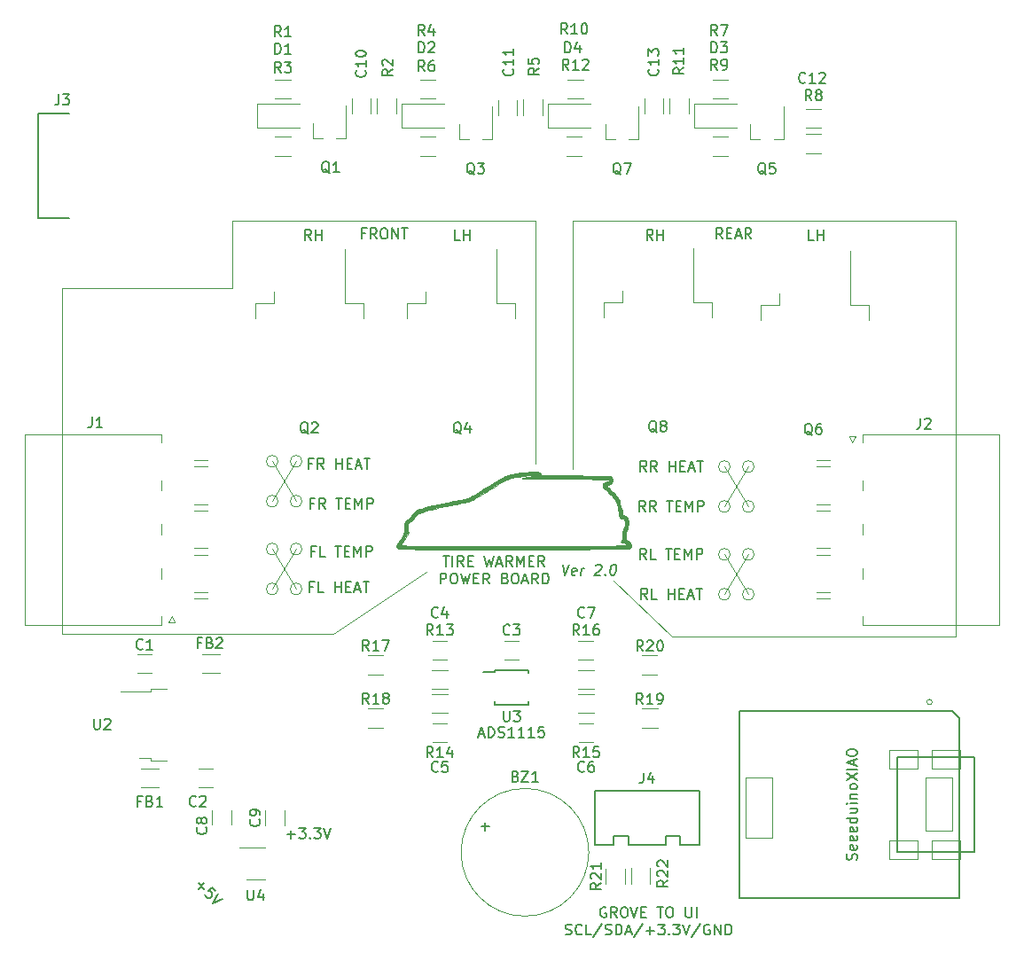
<source format=gto>
G04 #@! TF.GenerationSoftware,KiCad,Pcbnew,(5.1.10-1-10_14)*
G04 #@! TF.CreationDate,2022-01-28T00:17:01+09:00*
G04 #@! TF.ProjectId,TireWarmer power board,54697265-5761-4726-9d65-7220706f7765,2.0*
G04 #@! TF.SameCoordinates,Original*
G04 #@! TF.FileFunction,Legend,Top*
G04 #@! TF.FilePolarity,Positive*
%FSLAX46Y46*%
G04 Gerber Fmt 4.6, Leading zero omitted, Abs format (unit mm)*
G04 Created by KiCad (PCBNEW (5.1.10-1-10_14)) date 2022-01-28 00:17:01*
%MOMM*%
%LPD*%
G01*
G04 APERTURE LIST*
%ADD10C,0.150000*%
%ADD11C,0.120000*%
%ADD12C,0.010000*%
%ADD13C,0.200000*%
%ADD14C,0.127000*%
%ADD15C,0.066040*%
%ADD16C,0.100000*%
G04 APERTURE END LIST*
D10*
X100125157Y-117562380D02*
X100333491Y-118562380D01*
X100791824Y-117562380D01*
X101387062Y-118514761D02*
X101285872Y-118562380D01*
X101095395Y-118562380D01*
X101006110Y-118514761D01*
X100970395Y-118419523D01*
X101018014Y-118038571D01*
X101077538Y-117943333D01*
X101178729Y-117895714D01*
X101369205Y-117895714D01*
X101458491Y-117943333D01*
X101494205Y-118038571D01*
X101482300Y-118133809D01*
X100994205Y-118229047D01*
X101857300Y-118562380D02*
X101940633Y-117895714D01*
X101916824Y-118086190D02*
X101976348Y-117990952D01*
X102029919Y-117943333D01*
X102131110Y-117895714D01*
X102226348Y-117895714D01*
X103303729Y-117657619D02*
X103357300Y-117610000D01*
X103458491Y-117562380D01*
X103696586Y-117562380D01*
X103785872Y-117610000D01*
X103827538Y-117657619D01*
X103863252Y-117752857D01*
X103851348Y-117848095D01*
X103785872Y-117990952D01*
X103143014Y-118562380D01*
X103762062Y-118562380D01*
X104202538Y-118467142D02*
X104244205Y-118514761D01*
X104190633Y-118562380D01*
X104148967Y-118514761D01*
X104202538Y-118467142D01*
X104190633Y-118562380D01*
X104982300Y-117562380D02*
X105077538Y-117562380D01*
X105166824Y-117610000D01*
X105208491Y-117657619D01*
X105244205Y-117752857D01*
X105268014Y-117943333D01*
X105238252Y-118181428D01*
X105166824Y-118371904D01*
X105107300Y-118467142D01*
X105053729Y-118514761D01*
X104952538Y-118562380D01*
X104857300Y-118562380D01*
X104768014Y-118514761D01*
X104726348Y-118467142D01*
X104690633Y-118371904D01*
X104666824Y-118181428D01*
X104696586Y-117943333D01*
X104768014Y-117752857D01*
X104827538Y-117657619D01*
X104881110Y-117610000D01*
X104982300Y-117562380D01*
X88718047Y-116737380D02*
X89289476Y-116737380D01*
X89003761Y-117737380D02*
X89003761Y-116737380D01*
X89622809Y-117737380D02*
X89622809Y-116737380D01*
X90670428Y-117737380D02*
X90337095Y-117261190D01*
X90099000Y-117737380D02*
X90099000Y-116737380D01*
X90479952Y-116737380D01*
X90575190Y-116785000D01*
X90622809Y-116832619D01*
X90670428Y-116927857D01*
X90670428Y-117070714D01*
X90622809Y-117165952D01*
X90575190Y-117213571D01*
X90479952Y-117261190D01*
X90099000Y-117261190D01*
X91099000Y-117213571D02*
X91432333Y-117213571D01*
X91575190Y-117737380D02*
X91099000Y-117737380D01*
X91099000Y-116737380D01*
X91575190Y-116737380D01*
X92670428Y-116737380D02*
X92908523Y-117737380D01*
X93099000Y-117023095D01*
X93289476Y-117737380D01*
X93527571Y-116737380D01*
X93860904Y-117451666D02*
X94337095Y-117451666D01*
X93765666Y-117737380D02*
X94099000Y-116737380D01*
X94432333Y-117737380D01*
X95337095Y-117737380D02*
X95003761Y-117261190D01*
X94765666Y-117737380D02*
X94765666Y-116737380D01*
X95146619Y-116737380D01*
X95241857Y-116785000D01*
X95289476Y-116832619D01*
X95337095Y-116927857D01*
X95337095Y-117070714D01*
X95289476Y-117165952D01*
X95241857Y-117213571D01*
X95146619Y-117261190D01*
X94765666Y-117261190D01*
X95765666Y-117737380D02*
X95765666Y-116737380D01*
X96099000Y-117451666D01*
X96432333Y-116737380D01*
X96432333Y-117737380D01*
X96908523Y-117213571D02*
X97241857Y-117213571D01*
X97384714Y-117737380D02*
X96908523Y-117737380D01*
X96908523Y-116737380D01*
X97384714Y-116737380D01*
X98384714Y-117737380D02*
X98051380Y-117261190D01*
X97813285Y-117737380D02*
X97813285Y-116737380D01*
X98194238Y-116737380D01*
X98289476Y-116785000D01*
X98337095Y-116832619D01*
X98384714Y-116927857D01*
X98384714Y-117070714D01*
X98337095Y-117165952D01*
X98289476Y-117213571D01*
X98194238Y-117261190D01*
X97813285Y-117261190D01*
X88456142Y-119387380D02*
X88456142Y-118387380D01*
X88837095Y-118387380D01*
X88932333Y-118435000D01*
X88979952Y-118482619D01*
X89027571Y-118577857D01*
X89027571Y-118720714D01*
X88979952Y-118815952D01*
X88932333Y-118863571D01*
X88837095Y-118911190D01*
X88456142Y-118911190D01*
X89646619Y-118387380D02*
X89837095Y-118387380D01*
X89932333Y-118435000D01*
X90027571Y-118530238D01*
X90075190Y-118720714D01*
X90075190Y-119054047D01*
X90027571Y-119244523D01*
X89932333Y-119339761D01*
X89837095Y-119387380D01*
X89646619Y-119387380D01*
X89551380Y-119339761D01*
X89456142Y-119244523D01*
X89408523Y-119054047D01*
X89408523Y-118720714D01*
X89456142Y-118530238D01*
X89551380Y-118435000D01*
X89646619Y-118387380D01*
X90408523Y-118387380D02*
X90646619Y-119387380D01*
X90837095Y-118673095D01*
X91027571Y-119387380D01*
X91265666Y-118387380D01*
X91646619Y-118863571D02*
X91979952Y-118863571D01*
X92122809Y-119387380D02*
X91646619Y-119387380D01*
X91646619Y-118387380D01*
X92122809Y-118387380D01*
X93122809Y-119387380D02*
X92789476Y-118911190D01*
X92551380Y-119387380D02*
X92551380Y-118387380D01*
X92932333Y-118387380D01*
X93027571Y-118435000D01*
X93075190Y-118482619D01*
X93122809Y-118577857D01*
X93122809Y-118720714D01*
X93075190Y-118815952D01*
X93027571Y-118863571D01*
X92932333Y-118911190D01*
X92551380Y-118911190D01*
X94646619Y-118863571D02*
X94789476Y-118911190D01*
X94837095Y-118958809D01*
X94884714Y-119054047D01*
X94884714Y-119196904D01*
X94837095Y-119292142D01*
X94789476Y-119339761D01*
X94694238Y-119387380D01*
X94313285Y-119387380D01*
X94313285Y-118387380D01*
X94646619Y-118387380D01*
X94741857Y-118435000D01*
X94789476Y-118482619D01*
X94837095Y-118577857D01*
X94837095Y-118673095D01*
X94789476Y-118768333D01*
X94741857Y-118815952D01*
X94646619Y-118863571D01*
X94313285Y-118863571D01*
X95503761Y-118387380D02*
X95694238Y-118387380D01*
X95789476Y-118435000D01*
X95884714Y-118530238D01*
X95932333Y-118720714D01*
X95932333Y-119054047D01*
X95884714Y-119244523D01*
X95789476Y-119339761D01*
X95694238Y-119387380D01*
X95503761Y-119387380D01*
X95408523Y-119339761D01*
X95313285Y-119244523D01*
X95265666Y-119054047D01*
X95265666Y-118720714D01*
X95313285Y-118530238D01*
X95408523Y-118435000D01*
X95503761Y-118387380D01*
X96313285Y-119101666D02*
X96789476Y-119101666D01*
X96218047Y-119387380D02*
X96551380Y-118387380D01*
X96884714Y-119387380D01*
X97789476Y-119387380D02*
X97456142Y-118911190D01*
X97218047Y-119387380D02*
X97218047Y-118387380D01*
X97599000Y-118387380D01*
X97694238Y-118435000D01*
X97741857Y-118482619D01*
X97789476Y-118577857D01*
X97789476Y-118720714D01*
X97741857Y-118815952D01*
X97694238Y-118863571D01*
X97599000Y-118911190D01*
X97218047Y-118911190D01*
X98218047Y-119387380D02*
X98218047Y-118387380D01*
X98456142Y-118387380D01*
X98599000Y-118435000D01*
X98694238Y-118530238D01*
X98741857Y-118625476D01*
X98789476Y-118815952D01*
X98789476Y-118958809D01*
X98741857Y-119149285D01*
X98694238Y-119244523D01*
X98599000Y-119339761D01*
X98456142Y-119387380D01*
X98218047Y-119387380D01*
D11*
X87122000Y-118237000D02*
X78232000Y-124206000D01*
D10*
X65334355Y-147985370D02*
X65873103Y-148524118D01*
X65334355Y-148524118D02*
X65873103Y-147985370D01*
X66984270Y-148759820D02*
X66647553Y-148423103D01*
X66277164Y-148726148D01*
X66344507Y-148726148D01*
X66445522Y-148759820D01*
X66613881Y-148928179D01*
X66647553Y-149029194D01*
X66647553Y-149096538D01*
X66613881Y-149197553D01*
X66445522Y-149365912D01*
X66344507Y-149399583D01*
X66277164Y-149399583D01*
X66176148Y-149365912D01*
X66007790Y-149197553D01*
X65974118Y-149096538D01*
X65974118Y-149029194D01*
X67219973Y-148995522D02*
X66748568Y-149938331D01*
X67691377Y-149466927D01*
X73819000Y-143327428D02*
X74580904Y-143327428D01*
X74199952Y-143708380D02*
X74199952Y-142946476D01*
X74961857Y-142708380D02*
X75580904Y-142708380D01*
X75247571Y-143089333D01*
X75390428Y-143089333D01*
X75485666Y-143136952D01*
X75533285Y-143184571D01*
X75580904Y-143279809D01*
X75580904Y-143517904D01*
X75533285Y-143613142D01*
X75485666Y-143660761D01*
X75390428Y-143708380D01*
X75104714Y-143708380D01*
X75009476Y-143660761D01*
X74961857Y-143613142D01*
X76009476Y-143613142D02*
X76057095Y-143660761D01*
X76009476Y-143708380D01*
X75961857Y-143660761D01*
X76009476Y-143613142D01*
X76009476Y-143708380D01*
X76390428Y-142708380D02*
X77009476Y-142708380D01*
X76676142Y-143089333D01*
X76819000Y-143089333D01*
X76914238Y-143136952D01*
X76961857Y-143184571D01*
X77009476Y-143279809D01*
X77009476Y-143517904D01*
X76961857Y-143613142D01*
X76914238Y-143660761D01*
X76819000Y-143708380D01*
X76533285Y-143708380D01*
X76438047Y-143660761D01*
X76390428Y-143613142D01*
X77295190Y-142708380D02*
X77628523Y-143708380D01*
X77961857Y-142708380D01*
X92130952Y-133768666D02*
X92607142Y-133768666D01*
X92035714Y-134054380D02*
X92369047Y-133054380D01*
X92702380Y-134054380D01*
X93035714Y-134054380D02*
X93035714Y-133054380D01*
X93273809Y-133054380D01*
X93416666Y-133102000D01*
X93511904Y-133197238D01*
X93559523Y-133292476D01*
X93607142Y-133482952D01*
X93607142Y-133625809D01*
X93559523Y-133816285D01*
X93511904Y-133911523D01*
X93416666Y-134006761D01*
X93273809Y-134054380D01*
X93035714Y-134054380D01*
X93988095Y-134006761D02*
X94130952Y-134054380D01*
X94369047Y-134054380D01*
X94464285Y-134006761D01*
X94511904Y-133959142D01*
X94559523Y-133863904D01*
X94559523Y-133768666D01*
X94511904Y-133673428D01*
X94464285Y-133625809D01*
X94369047Y-133578190D01*
X94178571Y-133530571D01*
X94083333Y-133482952D01*
X94035714Y-133435333D01*
X93988095Y-133340095D01*
X93988095Y-133244857D01*
X94035714Y-133149619D01*
X94083333Y-133102000D01*
X94178571Y-133054380D01*
X94416666Y-133054380D01*
X94559523Y-133102000D01*
X95511904Y-134054380D02*
X94940476Y-134054380D01*
X95226190Y-134054380D02*
X95226190Y-133054380D01*
X95130952Y-133197238D01*
X95035714Y-133292476D01*
X94940476Y-133340095D01*
X96464285Y-134054380D02*
X95892857Y-134054380D01*
X96178571Y-134054380D02*
X96178571Y-133054380D01*
X96083333Y-133197238D01*
X95988095Y-133292476D01*
X95892857Y-133340095D01*
X97416666Y-134054380D02*
X96845238Y-134054380D01*
X97130952Y-134054380D02*
X97130952Y-133054380D01*
X97035714Y-133197238D01*
X96940476Y-133292476D01*
X96845238Y-133340095D01*
X98321428Y-133054380D02*
X97845238Y-133054380D01*
X97797619Y-133530571D01*
X97845238Y-133482952D01*
X97940476Y-133435333D01*
X98178571Y-133435333D01*
X98273809Y-133482952D01*
X98321428Y-133530571D01*
X98369047Y-133625809D01*
X98369047Y-133863904D01*
X98321428Y-133959142D01*
X98273809Y-134006761D01*
X98178571Y-134054380D01*
X97940476Y-134054380D01*
X97845238Y-134006761D01*
X97797619Y-133959142D01*
D11*
X105029000Y-119126000D02*
X110617000Y-124460000D01*
X52324000Y-91186000D02*
X68580000Y-91186000D01*
X68580000Y-84709000D02*
X68580000Y-91186000D01*
X97536000Y-84709000D02*
X97536000Y-107950000D01*
X68580000Y-84709000D02*
X97536000Y-84709000D01*
D10*
X104259571Y-150313000D02*
X104164333Y-150265380D01*
X104021476Y-150265380D01*
X103878619Y-150313000D01*
X103783380Y-150408238D01*
X103735761Y-150503476D01*
X103688142Y-150693952D01*
X103688142Y-150836809D01*
X103735761Y-151027285D01*
X103783380Y-151122523D01*
X103878619Y-151217761D01*
X104021476Y-151265380D01*
X104116714Y-151265380D01*
X104259571Y-151217761D01*
X104307190Y-151170142D01*
X104307190Y-150836809D01*
X104116714Y-150836809D01*
X105307190Y-151265380D02*
X104973857Y-150789190D01*
X104735761Y-151265380D02*
X104735761Y-150265380D01*
X105116714Y-150265380D01*
X105211952Y-150313000D01*
X105259571Y-150360619D01*
X105307190Y-150455857D01*
X105307190Y-150598714D01*
X105259571Y-150693952D01*
X105211952Y-150741571D01*
X105116714Y-150789190D01*
X104735761Y-150789190D01*
X105926238Y-150265380D02*
X106116714Y-150265380D01*
X106211952Y-150313000D01*
X106307190Y-150408238D01*
X106354809Y-150598714D01*
X106354809Y-150932047D01*
X106307190Y-151122523D01*
X106211952Y-151217761D01*
X106116714Y-151265380D01*
X105926238Y-151265380D01*
X105831000Y-151217761D01*
X105735761Y-151122523D01*
X105688142Y-150932047D01*
X105688142Y-150598714D01*
X105735761Y-150408238D01*
X105831000Y-150313000D01*
X105926238Y-150265380D01*
X106640523Y-150265380D02*
X106973857Y-151265380D01*
X107307190Y-150265380D01*
X107640523Y-150741571D02*
X107973857Y-150741571D01*
X108116714Y-151265380D02*
X107640523Y-151265380D01*
X107640523Y-150265380D01*
X108116714Y-150265380D01*
X109164333Y-150265380D02*
X109735761Y-150265380D01*
X109450047Y-151265380D02*
X109450047Y-150265380D01*
X110259571Y-150265380D02*
X110450047Y-150265380D01*
X110545285Y-150313000D01*
X110640523Y-150408238D01*
X110688142Y-150598714D01*
X110688142Y-150932047D01*
X110640523Y-151122523D01*
X110545285Y-151217761D01*
X110450047Y-151265380D01*
X110259571Y-151265380D01*
X110164333Y-151217761D01*
X110069095Y-151122523D01*
X110021476Y-150932047D01*
X110021476Y-150598714D01*
X110069095Y-150408238D01*
X110164333Y-150313000D01*
X110259571Y-150265380D01*
X111878619Y-150265380D02*
X111878619Y-151074904D01*
X111926238Y-151170142D01*
X111973857Y-151217761D01*
X112069095Y-151265380D01*
X112259571Y-151265380D01*
X112354809Y-151217761D01*
X112402428Y-151170142D01*
X112450047Y-151074904D01*
X112450047Y-150265380D01*
X112926238Y-151265380D02*
X112926238Y-150265380D01*
X100402428Y-152867761D02*
X100545285Y-152915380D01*
X100783380Y-152915380D01*
X100878619Y-152867761D01*
X100926238Y-152820142D01*
X100973857Y-152724904D01*
X100973857Y-152629666D01*
X100926238Y-152534428D01*
X100878619Y-152486809D01*
X100783380Y-152439190D01*
X100592904Y-152391571D01*
X100497666Y-152343952D01*
X100450047Y-152296333D01*
X100402428Y-152201095D01*
X100402428Y-152105857D01*
X100450047Y-152010619D01*
X100497666Y-151963000D01*
X100592904Y-151915380D01*
X100831000Y-151915380D01*
X100973857Y-151963000D01*
X101973857Y-152820142D02*
X101926238Y-152867761D01*
X101783380Y-152915380D01*
X101688142Y-152915380D01*
X101545285Y-152867761D01*
X101450047Y-152772523D01*
X101402428Y-152677285D01*
X101354809Y-152486809D01*
X101354809Y-152343952D01*
X101402428Y-152153476D01*
X101450047Y-152058238D01*
X101545285Y-151963000D01*
X101688142Y-151915380D01*
X101783380Y-151915380D01*
X101926238Y-151963000D01*
X101973857Y-152010619D01*
X102878619Y-152915380D02*
X102402428Y-152915380D01*
X102402428Y-151915380D01*
X103926238Y-151867761D02*
X103069095Y-153153476D01*
X104211952Y-152867761D02*
X104354809Y-152915380D01*
X104592904Y-152915380D01*
X104688142Y-152867761D01*
X104735761Y-152820142D01*
X104783380Y-152724904D01*
X104783380Y-152629666D01*
X104735761Y-152534428D01*
X104688142Y-152486809D01*
X104592904Y-152439190D01*
X104402428Y-152391571D01*
X104307190Y-152343952D01*
X104259571Y-152296333D01*
X104211952Y-152201095D01*
X104211952Y-152105857D01*
X104259571Y-152010619D01*
X104307190Y-151963000D01*
X104402428Y-151915380D01*
X104640523Y-151915380D01*
X104783380Y-151963000D01*
X105211952Y-152915380D02*
X105211952Y-151915380D01*
X105450047Y-151915380D01*
X105592904Y-151963000D01*
X105688142Y-152058238D01*
X105735761Y-152153476D01*
X105783380Y-152343952D01*
X105783380Y-152486809D01*
X105735761Y-152677285D01*
X105688142Y-152772523D01*
X105592904Y-152867761D01*
X105450047Y-152915380D01*
X105211952Y-152915380D01*
X106164333Y-152629666D02*
X106640523Y-152629666D01*
X106069095Y-152915380D02*
X106402428Y-151915380D01*
X106735761Y-152915380D01*
X107783380Y-151867761D02*
X106926238Y-153153476D01*
X108116714Y-152534428D02*
X108878619Y-152534428D01*
X108497666Y-152915380D02*
X108497666Y-152153476D01*
X109259571Y-151915380D02*
X109878619Y-151915380D01*
X109545285Y-152296333D01*
X109688142Y-152296333D01*
X109783380Y-152343952D01*
X109831000Y-152391571D01*
X109878619Y-152486809D01*
X109878619Y-152724904D01*
X109831000Y-152820142D01*
X109783380Y-152867761D01*
X109688142Y-152915380D01*
X109402428Y-152915380D01*
X109307190Y-152867761D01*
X109259571Y-152820142D01*
X110307190Y-152820142D02*
X110354809Y-152867761D01*
X110307190Y-152915380D01*
X110259571Y-152867761D01*
X110307190Y-152820142D01*
X110307190Y-152915380D01*
X110688142Y-151915380D02*
X111307190Y-151915380D01*
X110973857Y-152296333D01*
X111116714Y-152296333D01*
X111211952Y-152343952D01*
X111259571Y-152391571D01*
X111307190Y-152486809D01*
X111307190Y-152724904D01*
X111259571Y-152820142D01*
X111211952Y-152867761D01*
X111116714Y-152915380D01*
X110831000Y-152915380D01*
X110735761Y-152867761D01*
X110688142Y-152820142D01*
X111592904Y-151915380D02*
X111926238Y-152915380D01*
X112259571Y-151915380D01*
X113307190Y-151867761D02*
X112450047Y-153153476D01*
X114164333Y-151963000D02*
X114069095Y-151915380D01*
X113926238Y-151915380D01*
X113783380Y-151963000D01*
X113688142Y-152058238D01*
X113640523Y-152153476D01*
X113592904Y-152343952D01*
X113592904Y-152486809D01*
X113640523Y-152677285D01*
X113688142Y-152772523D01*
X113783380Y-152867761D01*
X113926238Y-152915380D01*
X114021476Y-152915380D01*
X114164333Y-152867761D01*
X114211952Y-152820142D01*
X114211952Y-152486809D01*
X114021476Y-152486809D01*
X114640523Y-152915380D02*
X114640523Y-151915380D01*
X115211952Y-152915380D01*
X115211952Y-151915380D01*
X115688142Y-152915380D02*
X115688142Y-151915380D01*
X115926238Y-151915380D01*
X116069095Y-151963000D01*
X116164333Y-152058238D01*
X116211952Y-152153476D01*
X116259571Y-152343952D01*
X116259571Y-152486809D01*
X116211952Y-152677285D01*
X116164333Y-152772523D01*
X116069095Y-152867761D01*
X115926238Y-152915380D01*
X115688142Y-152915380D01*
X108228095Y-120848380D02*
X107894761Y-120372190D01*
X107656666Y-120848380D02*
X107656666Y-119848380D01*
X108037619Y-119848380D01*
X108132857Y-119896000D01*
X108180476Y-119943619D01*
X108228095Y-120038857D01*
X108228095Y-120181714D01*
X108180476Y-120276952D01*
X108132857Y-120324571D01*
X108037619Y-120372190D01*
X107656666Y-120372190D01*
X109132857Y-120848380D02*
X108656666Y-120848380D01*
X108656666Y-119848380D01*
X110228095Y-120848380D02*
X110228095Y-119848380D01*
X110228095Y-120324571D02*
X110799523Y-120324571D01*
X110799523Y-120848380D02*
X110799523Y-119848380D01*
X111275714Y-120324571D02*
X111609047Y-120324571D01*
X111751904Y-120848380D02*
X111275714Y-120848380D01*
X111275714Y-119848380D01*
X111751904Y-119848380D01*
X112132857Y-120562666D02*
X112609047Y-120562666D01*
X112037619Y-120848380D02*
X112370952Y-119848380D01*
X112704285Y-120848380D01*
X112894761Y-119848380D02*
X113466190Y-119848380D01*
X113180476Y-120848380D02*
X113180476Y-119848380D01*
X108132857Y-108656380D02*
X107799523Y-108180190D01*
X107561428Y-108656380D02*
X107561428Y-107656380D01*
X107942380Y-107656380D01*
X108037619Y-107704000D01*
X108085238Y-107751619D01*
X108132857Y-107846857D01*
X108132857Y-107989714D01*
X108085238Y-108084952D01*
X108037619Y-108132571D01*
X107942380Y-108180190D01*
X107561428Y-108180190D01*
X109132857Y-108656380D02*
X108799523Y-108180190D01*
X108561428Y-108656380D02*
X108561428Y-107656380D01*
X108942380Y-107656380D01*
X109037619Y-107704000D01*
X109085238Y-107751619D01*
X109132857Y-107846857D01*
X109132857Y-107989714D01*
X109085238Y-108084952D01*
X109037619Y-108132571D01*
X108942380Y-108180190D01*
X108561428Y-108180190D01*
X110323333Y-108656380D02*
X110323333Y-107656380D01*
X110323333Y-108132571D02*
X110894761Y-108132571D01*
X110894761Y-108656380D02*
X110894761Y-107656380D01*
X111370952Y-108132571D02*
X111704285Y-108132571D01*
X111847142Y-108656380D02*
X111370952Y-108656380D01*
X111370952Y-107656380D01*
X111847142Y-107656380D01*
X112228095Y-108370666D02*
X112704285Y-108370666D01*
X112132857Y-108656380D02*
X112466190Y-107656380D01*
X112799523Y-108656380D01*
X112990000Y-107656380D02*
X113561428Y-107656380D01*
X113275714Y-108656380D02*
X113275714Y-107656380D01*
X108109047Y-117038380D02*
X107775714Y-116562190D01*
X107537619Y-117038380D02*
X107537619Y-116038380D01*
X107918571Y-116038380D01*
X108013809Y-116086000D01*
X108061428Y-116133619D01*
X108109047Y-116228857D01*
X108109047Y-116371714D01*
X108061428Y-116466952D01*
X108013809Y-116514571D01*
X107918571Y-116562190D01*
X107537619Y-116562190D01*
X109013809Y-117038380D02*
X108537619Y-117038380D01*
X108537619Y-116038380D01*
X109966190Y-116038380D02*
X110537619Y-116038380D01*
X110251904Y-117038380D02*
X110251904Y-116038380D01*
X110870952Y-116514571D02*
X111204285Y-116514571D01*
X111347142Y-117038380D02*
X110870952Y-117038380D01*
X110870952Y-116038380D01*
X111347142Y-116038380D01*
X111775714Y-117038380D02*
X111775714Y-116038380D01*
X112109047Y-116752666D01*
X112442380Y-116038380D01*
X112442380Y-117038380D01*
X112918571Y-117038380D02*
X112918571Y-116038380D01*
X113299523Y-116038380D01*
X113394761Y-116086000D01*
X113442380Y-116133619D01*
X113490000Y-116228857D01*
X113490000Y-116371714D01*
X113442380Y-116466952D01*
X113394761Y-116514571D01*
X113299523Y-116562190D01*
X112918571Y-116562190D01*
X108013809Y-112466380D02*
X107680476Y-111990190D01*
X107442380Y-112466380D02*
X107442380Y-111466380D01*
X107823333Y-111466380D01*
X107918571Y-111514000D01*
X107966190Y-111561619D01*
X108013809Y-111656857D01*
X108013809Y-111799714D01*
X107966190Y-111894952D01*
X107918571Y-111942571D01*
X107823333Y-111990190D01*
X107442380Y-111990190D01*
X109013809Y-112466380D02*
X108680476Y-111990190D01*
X108442380Y-112466380D02*
X108442380Y-111466380D01*
X108823333Y-111466380D01*
X108918571Y-111514000D01*
X108966190Y-111561619D01*
X109013809Y-111656857D01*
X109013809Y-111799714D01*
X108966190Y-111894952D01*
X108918571Y-111942571D01*
X108823333Y-111990190D01*
X108442380Y-111990190D01*
X110061428Y-111466380D02*
X110632857Y-111466380D01*
X110347142Y-112466380D02*
X110347142Y-111466380D01*
X110966190Y-111942571D02*
X111299523Y-111942571D01*
X111442380Y-112466380D02*
X110966190Y-112466380D01*
X110966190Y-111466380D01*
X111442380Y-111466380D01*
X111870952Y-112466380D02*
X111870952Y-111466380D01*
X112204285Y-112180666D01*
X112537619Y-111466380D01*
X112537619Y-112466380D01*
X113013809Y-112466380D02*
X113013809Y-111466380D01*
X113394761Y-111466380D01*
X113490000Y-111514000D01*
X113537619Y-111561619D01*
X113585238Y-111656857D01*
X113585238Y-111799714D01*
X113537619Y-111894952D01*
X113490000Y-111942571D01*
X113394761Y-111990190D01*
X113013809Y-111990190D01*
D11*
X116137961Y-108204000D02*
G75*
G03*
X116137961Y-108204000I-567961J0D01*
G01*
X118423961Y-108204000D02*
G75*
G03*
X118423961Y-108204000I-567961J0D01*
G01*
X116137961Y-112014000D02*
G75*
G03*
X116137961Y-112014000I-567961J0D01*
G01*
X117856000Y-108204000D02*
X115570000Y-112014000D01*
X118423961Y-112014000D02*
G75*
G03*
X118423961Y-112014000I-567961J0D01*
G01*
X115570000Y-108204000D02*
X117856000Y-112014000D01*
X118423961Y-120396000D02*
G75*
G03*
X118423961Y-120396000I-567961J0D01*
G01*
X117856000Y-116586000D02*
X115570000Y-120396000D01*
X115570000Y-116586000D02*
X117856000Y-120396000D01*
X118423961Y-116586000D02*
G75*
G03*
X118423961Y-116586000I-567961J0D01*
G01*
X116137961Y-120396000D02*
G75*
G03*
X116137961Y-120396000I-567961J0D01*
G01*
X116137961Y-116586000D02*
G75*
G03*
X116137961Y-116586000I-567961J0D01*
G01*
X75243961Y-116078000D02*
G75*
G03*
X75243961Y-116078000I-567961J0D01*
G01*
X72390000Y-116078000D02*
X74676000Y-119888000D01*
X75243961Y-119888000D02*
G75*
G03*
X75243961Y-119888000I-567961J0D01*
G01*
X72957961Y-116078000D02*
G75*
G03*
X72957961Y-116078000I-567961J0D01*
G01*
X72957961Y-119888000D02*
G75*
G03*
X72957961Y-119888000I-567961J0D01*
G01*
X74676000Y-116078000D02*
X72390000Y-119888000D01*
D10*
X76311428Y-119689571D02*
X75978095Y-119689571D01*
X75978095Y-120213380D02*
X75978095Y-119213380D01*
X76454285Y-119213380D01*
X77311428Y-120213380D02*
X76835238Y-120213380D01*
X76835238Y-119213380D01*
X78406666Y-120213380D02*
X78406666Y-119213380D01*
X78406666Y-119689571D02*
X78978095Y-119689571D01*
X78978095Y-120213380D02*
X78978095Y-119213380D01*
X79454285Y-119689571D02*
X79787619Y-119689571D01*
X79930476Y-120213380D02*
X79454285Y-120213380D01*
X79454285Y-119213380D01*
X79930476Y-119213380D01*
X80311428Y-119927666D02*
X80787619Y-119927666D01*
X80216190Y-120213380D02*
X80549523Y-119213380D01*
X80882857Y-120213380D01*
X81073333Y-119213380D02*
X81644761Y-119213380D01*
X81359047Y-120213380D02*
X81359047Y-119213380D01*
X76446380Y-116260571D02*
X76113047Y-116260571D01*
X76113047Y-116784380D02*
X76113047Y-115784380D01*
X76589238Y-115784380D01*
X77446380Y-116784380D02*
X76970190Y-116784380D01*
X76970190Y-115784380D01*
X78398761Y-115784380D02*
X78970190Y-115784380D01*
X78684476Y-116784380D02*
X78684476Y-115784380D01*
X79303523Y-116260571D02*
X79636857Y-116260571D01*
X79779714Y-116784380D02*
X79303523Y-116784380D01*
X79303523Y-115784380D01*
X79779714Y-115784380D01*
X80208285Y-116784380D02*
X80208285Y-115784380D01*
X80541619Y-116498666D01*
X80874952Y-115784380D01*
X80874952Y-116784380D01*
X81351142Y-116784380D02*
X81351142Y-115784380D01*
X81732095Y-115784380D01*
X81827333Y-115832000D01*
X81874952Y-115879619D01*
X81922571Y-115974857D01*
X81922571Y-116117714D01*
X81874952Y-116212952D01*
X81827333Y-116260571D01*
X81732095Y-116308190D01*
X81351142Y-116308190D01*
X76351142Y-111688571D02*
X76017809Y-111688571D01*
X76017809Y-112212380D02*
X76017809Y-111212380D01*
X76494000Y-111212380D01*
X77446380Y-112212380D02*
X77113047Y-111736190D01*
X76874952Y-112212380D02*
X76874952Y-111212380D01*
X77255904Y-111212380D01*
X77351142Y-111260000D01*
X77398761Y-111307619D01*
X77446380Y-111402857D01*
X77446380Y-111545714D01*
X77398761Y-111640952D01*
X77351142Y-111688571D01*
X77255904Y-111736190D01*
X76874952Y-111736190D01*
X78494000Y-111212380D02*
X79065428Y-111212380D01*
X78779714Y-112212380D02*
X78779714Y-111212380D01*
X79398761Y-111688571D02*
X79732095Y-111688571D01*
X79874952Y-112212380D02*
X79398761Y-112212380D01*
X79398761Y-111212380D01*
X79874952Y-111212380D01*
X80303523Y-112212380D02*
X80303523Y-111212380D01*
X80636857Y-111926666D01*
X80970190Y-111212380D01*
X80970190Y-112212380D01*
X81446380Y-112212380D02*
X81446380Y-111212380D01*
X81827333Y-111212380D01*
X81922571Y-111260000D01*
X81970190Y-111307619D01*
X82017809Y-111402857D01*
X82017809Y-111545714D01*
X81970190Y-111640952D01*
X81922571Y-111688571D01*
X81827333Y-111736190D01*
X81446380Y-111736190D01*
D11*
X74676000Y-107696000D02*
X72390000Y-111506000D01*
X72390000Y-107696000D02*
X74676000Y-111506000D01*
X75243961Y-111506000D02*
G75*
G03*
X75243961Y-111506000I-567961J0D01*
G01*
X72957961Y-107696000D02*
G75*
G03*
X72957961Y-107696000I-567961J0D01*
G01*
X72957961Y-111506000D02*
G75*
G03*
X72957961Y-111506000I-567961J0D01*
G01*
X75243961Y-107696000D02*
G75*
G03*
X75243961Y-107696000I-567961J0D01*
G01*
D10*
X76216190Y-107878571D02*
X75882857Y-107878571D01*
X75882857Y-108402380D02*
X75882857Y-107402380D01*
X76359047Y-107402380D01*
X77311428Y-108402380D02*
X76978095Y-107926190D01*
X76740000Y-108402380D02*
X76740000Y-107402380D01*
X77120952Y-107402380D01*
X77216190Y-107450000D01*
X77263809Y-107497619D01*
X77311428Y-107592857D01*
X77311428Y-107735714D01*
X77263809Y-107830952D01*
X77216190Y-107878571D01*
X77120952Y-107926190D01*
X76740000Y-107926190D01*
X78501904Y-108402380D02*
X78501904Y-107402380D01*
X78501904Y-107878571D02*
X79073333Y-107878571D01*
X79073333Y-108402380D02*
X79073333Y-107402380D01*
X79549523Y-107878571D02*
X79882857Y-107878571D01*
X80025714Y-108402380D02*
X79549523Y-108402380D01*
X79549523Y-107402380D01*
X80025714Y-107402380D01*
X80406666Y-108116666D02*
X80882857Y-108116666D01*
X80311428Y-108402380D02*
X80644761Y-107402380D01*
X80978095Y-108402380D01*
X81168571Y-107402380D02*
X81740000Y-107402380D01*
X81454285Y-108402380D02*
X81454285Y-107402380D01*
X115387571Y-86431380D02*
X115054238Y-85955190D01*
X114816142Y-86431380D02*
X114816142Y-85431380D01*
X115197095Y-85431380D01*
X115292333Y-85479000D01*
X115339952Y-85526619D01*
X115387571Y-85621857D01*
X115387571Y-85764714D01*
X115339952Y-85859952D01*
X115292333Y-85907571D01*
X115197095Y-85955190D01*
X114816142Y-85955190D01*
X115816142Y-85907571D02*
X116149476Y-85907571D01*
X116292333Y-86431380D02*
X115816142Y-86431380D01*
X115816142Y-85431380D01*
X116292333Y-85431380D01*
X116673285Y-86145666D02*
X117149476Y-86145666D01*
X116578047Y-86431380D02*
X116911380Y-85431380D01*
X117244714Y-86431380D01*
X118149476Y-86431380D02*
X117816142Y-85955190D01*
X117578047Y-86431380D02*
X117578047Y-85431380D01*
X117958999Y-85431380D01*
X118054238Y-85479000D01*
X118101857Y-85526619D01*
X118149476Y-85621857D01*
X118149476Y-85764714D01*
X118101857Y-85859952D01*
X118054238Y-85907571D01*
X117958999Y-85955190D01*
X117578047Y-85955190D01*
X108751714Y-86558380D02*
X108418380Y-86082190D01*
X108180285Y-86558380D02*
X108180285Y-85558380D01*
X108561238Y-85558380D01*
X108656476Y-85606000D01*
X108704095Y-85653619D01*
X108751714Y-85748857D01*
X108751714Y-85891714D01*
X108704095Y-85986952D01*
X108656476Y-86034571D01*
X108561238Y-86082190D01*
X108180285Y-86082190D01*
X109180285Y-86558380D02*
X109180285Y-85558380D01*
X109180285Y-86034571D02*
X109751714Y-86034571D01*
X109751714Y-86558380D02*
X109751714Y-85558380D01*
X124118714Y-86558380D02*
X123642523Y-86558380D01*
X123642523Y-85558380D01*
X124452047Y-86558380D02*
X124452047Y-85558380D01*
X124452047Y-86034571D02*
X125023476Y-86034571D01*
X125023476Y-86558380D02*
X125023476Y-85558380D01*
D11*
X137668000Y-84709000D02*
X101092000Y-84709000D01*
X137668000Y-124460000D02*
X137668000Y-84709000D01*
X101092000Y-84709000D02*
X101092000Y-108458000D01*
X110617000Y-124460000D02*
X137668000Y-124460000D01*
D10*
X90336714Y-86558380D02*
X89860523Y-86558380D01*
X89860523Y-85558380D01*
X90670047Y-86558380D02*
X90670047Y-85558380D01*
X90670047Y-86034571D02*
X91241476Y-86034571D01*
X91241476Y-86558380D02*
X91241476Y-85558380D01*
X76112714Y-86558380D02*
X75779380Y-86082190D01*
X75541285Y-86558380D02*
X75541285Y-85558380D01*
X75922238Y-85558380D01*
X76017476Y-85606000D01*
X76065095Y-85653619D01*
X76112714Y-85748857D01*
X76112714Y-85891714D01*
X76065095Y-85986952D01*
X76017476Y-86034571D01*
X75922238Y-86082190D01*
X75541285Y-86082190D01*
X76541285Y-86558380D02*
X76541285Y-85558380D01*
X76541285Y-86034571D02*
X77112714Y-86034571D01*
X77112714Y-86558380D02*
X77112714Y-85558380D01*
X81272285Y-85907571D02*
X80938952Y-85907571D01*
X80938952Y-86431380D02*
X80938952Y-85431380D01*
X81415142Y-85431380D01*
X82367523Y-86431380D02*
X82034190Y-85955190D01*
X81796095Y-86431380D02*
X81796095Y-85431380D01*
X82177047Y-85431380D01*
X82272285Y-85479000D01*
X82319904Y-85526619D01*
X82367523Y-85621857D01*
X82367523Y-85764714D01*
X82319904Y-85859952D01*
X82272285Y-85907571D01*
X82177047Y-85955190D01*
X81796095Y-85955190D01*
X82986571Y-85431380D02*
X83177047Y-85431380D01*
X83272285Y-85479000D01*
X83367523Y-85574238D01*
X83415142Y-85764714D01*
X83415142Y-86098047D01*
X83367523Y-86288523D01*
X83272285Y-86383761D01*
X83177047Y-86431380D01*
X82986571Y-86431380D01*
X82891333Y-86383761D01*
X82796095Y-86288523D01*
X82748476Y-86098047D01*
X82748476Y-85764714D01*
X82796095Y-85574238D01*
X82891333Y-85479000D01*
X82986571Y-85431380D01*
X83843714Y-86431380D02*
X83843714Y-85431380D01*
X84415142Y-86431380D01*
X84415142Y-85431380D01*
X84748476Y-85431380D02*
X85319904Y-85431380D01*
X85034190Y-86431380D02*
X85034190Y-85431380D01*
D11*
X52324000Y-124206000D02*
X78232000Y-124206000D01*
X52324000Y-91186000D02*
X52324000Y-124206000D01*
D12*
G04 #@! TO.C,G\u002A\u002A\u002A*
G36*
X97738586Y-108699966D02*
G01*
X97804514Y-108709352D01*
X97855065Y-108724129D01*
X97865265Y-108728204D01*
X97972266Y-108793432D01*
X98047464Y-108879152D01*
X98075750Y-108967878D01*
X98080499Y-108979608D01*
X98098142Y-108989613D01*
X98133771Y-108998125D01*
X98192479Y-109005379D01*
X98279358Y-109011607D01*
X98399502Y-109017043D01*
X98558002Y-109021920D01*
X98759952Y-109026473D01*
X99010444Y-109030935D01*
X99314570Y-109035539D01*
X99652594Y-109040188D01*
X100027881Y-109044683D01*
X100450558Y-109048850D01*
X100904518Y-109052585D01*
X101373649Y-109055784D01*
X101841845Y-109058342D01*
X102292995Y-109060155D01*
X102710991Y-109061118D01*
X102907989Y-109061249D01*
X103296619Y-109061332D01*
X103626810Y-109061910D01*
X103903625Y-109063479D01*
X104132124Y-109066533D01*
X104317370Y-109071567D01*
X104464424Y-109079077D01*
X104578348Y-109089557D01*
X104664203Y-109103503D01*
X104727050Y-109121409D01*
X104771952Y-109143770D01*
X104803971Y-109171081D01*
X104828166Y-109203838D01*
X104849602Y-109242535D01*
X104854288Y-109251582D01*
X104900841Y-109404327D01*
X104897340Y-109567837D01*
X104855631Y-109693820D01*
X104780849Y-109779359D01*
X104644711Y-109867234D01*
X104449259Y-109956233D01*
X104349347Y-109993881D01*
X104328557Y-110009225D01*
X104334540Y-110037155D01*
X104373032Y-110085200D01*
X104449766Y-110160890D01*
X104539847Y-110243953D01*
X104755113Y-110440851D01*
X104928651Y-110602711D01*
X105066532Y-110736295D01*
X105174828Y-110848368D01*
X105259610Y-110945696D01*
X105326949Y-111035042D01*
X105382915Y-111123170D01*
X105433581Y-111216846D01*
X105458821Y-111267875D01*
X105540596Y-111461262D01*
X105621589Y-111695887D01*
X105695601Y-111949718D01*
X105756430Y-112200724D01*
X105797878Y-112426872D01*
X105807954Y-112508532D01*
X105823508Y-112653725D01*
X105838980Y-112747999D01*
X105860019Y-112803674D01*
X105892272Y-112833071D01*
X105941386Y-112848512D01*
X105966007Y-112853352D01*
X106108853Y-112910661D01*
X106231973Y-113018486D01*
X106322662Y-113164230D01*
X106347343Y-113231425D01*
X106388486Y-113435250D01*
X106400471Y-113658894D01*
X106385001Y-113884439D01*
X106343782Y-114093964D01*
X106278517Y-114269550D01*
X106242763Y-114331230D01*
X106217503Y-114384778D01*
X106199454Y-114465656D01*
X106187037Y-114585115D01*
X106178672Y-114754403D01*
X106177269Y-114797783D01*
X106165595Y-115184442D01*
X106303735Y-115253804D01*
X106479756Y-115362717D01*
X106599729Y-115486265D01*
X106635391Y-115544610D01*
X106677020Y-115685799D01*
X106660300Y-115822573D01*
X106589770Y-115941708D01*
X106469966Y-116029980D01*
X106468636Y-116030614D01*
X106455385Y-116035921D01*
X106437355Y-116040889D01*
X106412474Y-116045531D01*
X106378673Y-116049860D01*
X106333883Y-116053888D01*
X106276034Y-116057628D01*
X106203055Y-116061093D01*
X106112878Y-116064296D01*
X106003433Y-116067249D01*
X105872650Y-116069966D01*
X105718459Y-116072458D01*
X105538790Y-116074739D01*
X105331575Y-116076822D01*
X105094743Y-116078719D01*
X104826225Y-116080443D01*
X104523951Y-116082007D01*
X104185851Y-116083423D01*
X103809856Y-116084704D01*
X103393895Y-116085864D01*
X102935900Y-116086914D01*
X102433801Y-116087868D01*
X101885527Y-116088739D01*
X101289010Y-116089538D01*
X100642179Y-116090279D01*
X99942965Y-116090975D01*
X99189298Y-116091639D01*
X98379109Y-116092282D01*
X97510327Y-116092918D01*
X96580884Y-116093560D01*
X96219924Y-116093803D01*
X95412339Y-116094279D01*
X94616583Y-116094627D01*
X93835299Y-116094848D01*
X93071126Y-116094946D01*
X92326705Y-116094924D01*
X91604677Y-116094785D01*
X90907681Y-116094531D01*
X90238359Y-116094166D01*
X89599350Y-116093693D01*
X88993296Y-116093115D01*
X88422836Y-116092435D01*
X87890612Y-116091655D01*
X87399263Y-116090780D01*
X86951431Y-116089811D01*
X86549756Y-116088752D01*
X86196877Y-116087605D01*
X85895436Y-116086375D01*
X85648074Y-116085063D01*
X85457430Y-116083674D01*
X85326145Y-116082209D01*
X85279000Y-116081344D01*
X85007529Y-116074255D01*
X84792449Y-116066202D01*
X84626655Y-116055541D01*
X84503043Y-116040626D01*
X84414508Y-116019813D01*
X84353943Y-115991455D01*
X84314246Y-115953908D01*
X84288310Y-115905526D01*
X84269842Y-115847647D01*
X84263498Y-115741351D01*
X84613750Y-115741351D01*
X84645030Y-115743040D01*
X84736995Y-115744648D01*
X84886827Y-115746176D01*
X85091710Y-115747623D01*
X85348829Y-115748990D01*
X85655368Y-115750277D01*
X86008509Y-115751484D01*
X86405438Y-115752612D01*
X86843338Y-115753660D01*
X87319392Y-115754629D01*
X87830785Y-115755518D01*
X88374700Y-115756329D01*
X88948322Y-115757061D01*
X89548834Y-115757713D01*
X90173420Y-115758288D01*
X90819265Y-115758784D01*
X91483551Y-115759202D01*
X92163462Y-115759542D01*
X92856184Y-115759804D01*
X93558899Y-115759988D01*
X94268791Y-115760095D01*
X94983044Y-115760124D01*
X95698843Y-115760076D01*
X96413370Y-115759951D01*
X97123810Y-115759749D01*
X97827347Y-115759470D01*
X98521165Y-115759115D01*
X99202447Y-115758684D01*
X99868377Y-115758176D01*
X100516139Y-115757592D01*
X101142918Y-115756932D01*
X101745896Y-115756197D01*
X102322258Y-115755385D01*
X102869188Y-115754499D01*
X103383869Y-115753537D01*
X103863486Y-115752500D01*
X104305222Y-115751388D01*
X104706261Y-115750202D01*
X105063787Y-115748940D01*
X105374983Y-115747605D01*
X105637035Y-115746195D01*
X105847125Y-115744711D01*
X106002438Y-115743153D01*
X106100157Y-115741521D01*
X106135592Y-115740102D01*
X106237342Y-115725513D01*
X106307944Y-115707833D01*
X106330750Y-115692927D01*
X106302948Y-115652812D01*
X106228417Y-115599426D01*
X106120469Y-115540172D01*
X105992414Y-115482452D01*
X105874013Y-115438919D01*
X105655401Y-115367743D01*
X105734017Y-115300120D01*
X105766032Y-115268888D01*
X105788841Y-115231764D01*
X105804831Y-115177062D01*
X105816390Y-115093098D01*
X105825905Y-114968186D01*
X105834963Y-114805936D01*
X105845550Y-114626198D01*
X105857544Y-114493602D01*
X105874069Y-114391810D01*
X105898254Y-114304489D01*
X105933227Y-114215302D01*
X105959083Y-114157593D01*
X106009640Y-114040287D01*
X106040086Y-113943154D01*
X106055342Y-113841478D01*
X106060324Y-113710545D01*
X106060546Y-113647695D01*
X106054465Y-113462494D01*
X106033685Y-113332167D01*
X105993668Y-113248907D01*
X105929876Y-113204907D01*
X105837770Y-113192359D01*
X105796830Y-113194036D01*
X105648849Y-113204625D01*
X105574700Y-113018224D01*
X105534184Y-112890792D01*
X105498244Y-112733254D01*
X105474438Y-112578935D01*
X105473889Y-112573724D01*
X105437930Y-112325463D01*
X105382193Y-112065213D01*
X105311467Y-111809037D01*
X105230540Y-111572997D01*
X105144199Y-111373157D01*
X105083453Y-111263957D01*
X105021417Y-111181157D01*
X104923765Y-111072855D01*
X104787216Y-110935792D01*
X104608489Y-110766711D01*
X104384302Y-110562353D01*
X104308370Y-110494287D01*
X104196263Y-110391198D01*
X104097920Y-110295444D01*
X104025850Y-110219505D01*
X103996791Y-110183409D01*
X103959460Y-110091091D01*
X103945191Y-109979832D01*
X103954507Y-109875255D01*
X103987932Y-109802982D01*
X103989000Y-109801892D01*
X104038784Y-109769381D01*
X104131442Y-109722850D01*
X104250329Y-109670408D01*
X104302347Y-109649256D01*
X104442644Y-109589419D01*
X104529753Y-109541081D01*
X104571814Y-109499273D01*
X104578274Y-109480882D01*
X104578985Y-109466335D01*
X104572730Y-109454137D01*
X104554218Y-109443998D01*
X104518157Y-109435627D01*
X104459255Y-109428736D01*
X104372221Y-109423034D01*
X104251764Y-109418230D01*
X104092592Y-109414035D01*
X103889413Y-109410160D01*
X103636936Y-109406313D01*
X103329870Y-109402205D01*
X103086024Y-109399100D01*
X102805123Y-109395757D01*
X102469708Y-109392113D01*
X102088762Y-109388251D01*
X101671268Y-109384249D01*
X101226212Y-109380187D01*
X100762578Y-109376148D01*
X100289348Y-109372210D01*
X99815507Y-109368454D01*
X99350040Y-109364960D01*
X98951461Y-109362145D01*
X98547406Y-109359083D01*
X98161173Y-109355567D01*
X97797539Y-109351677D01*
X97461284Y-109347490D01*
X97157186Y-109343085D01*
X96890022Y-109338539D01*
X96664571Y-109333933D01*
X96485612Y-109329343D01*
X96357921Y-109324848D01*
X96286279Y-109320527D01*
X96272425Y-109318214D01*
X96281002Y-109301685D01*
X96351575Y-109277727D01*
X96483100Y-109246561D01*
X96674537Y-109208407D01*
X96924842Y-109163485D01*
X97232974Y-109112016D01*
X97297875Y-109101530D01*
X97443891Y-109077264D01*
X97532227Y-109060131D01*
X97568087Y-109048448D01*
X97556675Y-109040531D01*
X97504250Y-109034775D01*
X97422784Y-109033325D01*
X97292948Y-109036352D01*
X97129670Y-109043283D01*
X96947878Y-109053541D01*
X96853375Y-109059832D01*
X96382658Y-109100350D01*
X95962695Y-109153050D01*
X95581559Y-109219958D01*
X95227320Y-109303100D01*
X94959224Y-109381407D01*
X94875673Y-109408781D01*
X94797407Y-109437091D01*
X94718420Y-109469673D01*
X94632709Y-109509864D01*
X94534268Y-109561000D01*
X94417093Y-109626416D01*
X94275178Y-109709450D01*
X94102519Y-109813436D01*
X93893111Y-109941713D01*
X93640949Y-110097615D01*
X93392625Y-110251788D01*
X93176587Y-110385407D01*
X92925310Y-110539777D01*
X92658086Y-110703112D01*
X92394205Y-110863625D01*
X92152959Y-111009531D01*
X92112453Y-111033919D01*
X91905271Y-111157955D01*
X91727062Y-111261821D01*
X91569011Y-111348514D01*
X91422308Y-111421033D01*
X91278140Y-111482373D01*
X91127693Y-111535534D01*
X90962156Y-111583513D01*
X90772716Y-111629307D01*
X90550560Y-111675915D01*
X90286876Y-111726332D01*
X89972851Y-111783559D01*
X89836625Y-111808048D01*
X89374244Y-111895318D01*
X88895642Y-111993539D01*
X88413483Y-112099712D01*
X87940434Y-112210837D01*
X87489162Y-112323914D01*
X87072332Y-112435943D01*
X86702610Y-112543925D01*
X86617071Y-112570553D01*
X86457127Y-112628971D01*
X86324689Y-112698852D01*
X86206557Y-112790919D01*
X86089531Y-112915895D01*
X85960413Y-113084502D01*
X85927523Y-113130715D01*
X85806313Y-113288596D01*
X85700657Y-113394383D01*
X85623035Y-113446175D01*
X85501098Y-113515718D01*
X85420414Y-113586296D01*
X85372796Y-113673197D01*
X85350058Y-113791711D01*
X85344011Y-113957127D01*
X85343999Y-113967269D01*
X85348892Y-114119431D01*
X85362025Y-114259089D01*
X85381083Y-114363825D01*
X85386983Y-114383320D01*
X85429966Y-114506375D01*
X85135576Y-114998500D01*
X85032516Y-115166637D01*
X84931584Y-115323880D01*
X84840602Y-115458575D01*
X84767394Y-115559069D01*
X84727468Y-115606414D01*
X84662664Y-115675835D01*
X84621483Y-115726554D01*
X84613750Y-115741351D01*
X84263498Y-115741351D01*
X84262422Y-115723327D01*
X84308511Y-115590647D01*
X84410585Y-115443711D01*
X84465257Y-115382173D01*
X84533410Y-115298760D01*
X84621608Y-115175683D01*
X84719024Y-115028766D01*
X84814827Y-114873832D01*
X84825600Y-114855625D01*
X85049844Y-114474625D01*
X85016766Y-114160183D01*
X85001960Y-113887964D01*
X85020699Y-113666345D01*
X85073443Y-113491727D01*
X85110874Y-113423700D01*
X85167054Y-113361563D01*
X85257610Y-113284964D01*
X85353432Y-113216892D01*
X85538269Y-113066017D01*
X85691712Y-112880874D01*
X85808038Y-112722761D01*
X85915534Y-112595889D01*
X86024876Y-112493599D01*
X86146738Y-112409231D01*
X86291798Y-112336124D01*
X86470730Y-112267619D01*
X86694210Y-112197055D01*
X86868000Y-112147048D01*
X87329490Y-112020348D01*
X87772712Y-111905648D01*
X88212335Y-111799612D01*
X88663031Y-111698904D01*
X89139468Y-111600190D01*
X89656319Y-111500133D01*
X89963625Y-111443230D01*
X90204117Y-111397995D01*
X90437448Y-111351680D01*
X90652278Y-111306721D01*
X90837266Y-111265551D01*
X90981074Y-111230605D01*
X91064995Y-111206790D01*
X91148280Y-111174640D01*
X91257976Y-111123560D01*
X91396958Y-111051873D01*
X91568102Y-110957903D01*
X91774282Y-110839972D01*
X92018374Y-110696402D01*
X92303252Y-110525517D01*
X92631792Y-110325639D01*
X93006869Y-110095091D01*
X93431357Y-109832196D01*
X93585643Y-109736269D01*
X93844069Y-109576382D01*
X94057689Y-109446769D01*
X94234885Y-109343016D01*
X94384040Y-109260711D01*
X94513536Y-109195441D01*
X94631756Y-109142794D01*
X94747084Y-109098357D01*
X94867901Y-109057716D01*
X94884875Y-109052347D01*
X95263514Y-108947561D01*
X95674083Y-108862092D01*
X96124181Y-108794789D01*
X96621410Y-108744499D01*
X97129201Y-108712162D01*
X97352587Y-108702071D01*
X97522217Y-108696535D01*
X97647685Y-108695764D01*
X97738586Y-108699966D01*
G37*
X97738586Y-108699966D02*
X97804514Y-108709352D01*
X97855065Y-108724129D01*
X97865265Y-108728204D01*
X97972266Y-108793432D01*
X98047464Y-108879152D01*
X98075750Y-108967878D01*
X98080499Y-108979608D01*
X98098142Y-108989613D01*
X98133771Y-108998125D01*
X98192479Y-109005379D01*
X98279358Y-109011607D01*
X98399502Y-109017043D01*
X98558002Y-109021920D01*
X98759952Y-109026473D01*
X99010444Y-109030935D01*
X99314570Y-109035539D01*
X99652594Y-109040188D01*
X100027881Y-109044683D01*
X100450558Y-109048850D01*
X100904518Y-109052585D01*
X101373649Y-109055784D01*
X101841845Y-109058342D01*
X102292995Y-109060155D01*
X102710991Y-109061118D01*
X102907989Y-109061249D01*
X103296619Y-109061332D01*
X103626810Y-109061910D01*
X103903625Y-109063479D01*
X104132124Y-109066533D01*
X104317370Y-109071567D01*
X104464424Y-109079077D01*
X104578348Y-109089557D01*
X104664203Y-109103503D01*
X104727050Y-109121409D01*
X104771952Y-109143770D01*
X104803971Y-109171081D01*
X104828166Y-109203838D01*
X104849602Y-109242535D01*
X104854288Y-109251582D01*
X104900841Y-109404327D01*
X104897340Y-109567837D01*
X104855631Y-109693820D01*
X104780849Y-109779359D01*
X104644711Y-109867234D01*
X104449259Y-109956233D01*
X104349347Y-109993881D01*
X104328557Y-110009225D01*
X104334540Y-110037155D01*
X104373032Y-110085200D01*
X104449766Y-110160890D01*
X104539847Y-110243953D01*
X104755113Y-110440851D01*
X104928651Y-110602711D01*
X105066532Y-110736295D01*
X105174828Y-110848368D01*
X105259610Y-110945696D01*
X105326949Y-111035042D01*
X105382915Y-111123170D01*
X105433581Y-111216846D01*
X105458821Y-111267875D01*
X105540596Y-111461262D01*
X105621589Y-111695887D01*
X105695601Y-111949718D01*
X105756430Y-112200724D01*
X105797878Y-112426872D01*
X105807954Y-112508532D01*
X105823508Y-112653725D01*
X105838980Y-112747999D01*
X105860019Y-112803674D01*
X105892272Y-112833071D01*
X105941386Y-112848512D01*
X105966007Y-112853352D01*
X106108853Y-112910661D01*
X106231973Y-113018486D01*
X106322662Y-113164230D01*
X106347343Y-113231425D01*
X106388486Y-113435250D01*
X106400471Y-113658894D01*
X106385001Y-113884439D01*
X106343782Y-114093964D01*
X106278517Y-114269550D01*
X106242763Y-114331230D01*
X106217503Y-114384778D01*
X106199454Y-114465656D01*
X106187037Y-114585115D01*
X106178672Y-114754403D01*
X106177269Y-114797783D01*
X106165595Y-115184442D01*
X106303735Y-115253804D01*
X106479756Y-115362717D01*
X106599729Y-115486265D01*
X106635391Y-115544610D01*
X106677020Y-115685799D01*
X106660300Y-115822573D01*
X106589770Y-115941708D01*
X106469966Y-116029980D01*
X106468636Y-116030614D01*
X106455385Y-116035921D01*
X106437355Y-116040889D01*
X106412474Y-116045531D01*
X106378673Y-116049860D01*
X106333883Y-116053888D01*
X106276034Y-116057628D01*
X106203055Y-116061093D01*
X106112878Y-116064296D01*
X106003433Y-116067249D01*
X105872650Y-116069966D01*
X105718459Y-116072458D01*
X105538790Y-116074739D01*
X105331575Y-116076822D01*
X105094743Y-116078719D01*
X104826225Y-116080443D01*
X104523951Y-116082007D01*
X104185851Y-116083423D01*
X103809856Y-116084704D01*
X103393895Y-116085864D01*
X102935900Y-116086914D01*
X102433801Y-116087868D01*
X101885527Y-116088739D01*
X101289010Y-116089538D01*
X100642179Y-116090279D01*
X99942965Y-116090975D01*
X99189298Y-116091639D01*
X98379109Y-116092282D01*
X97510327Y-116092918D01*
X96580884Y-116093560D01*
X96219924Y-116093803D01*
X95412339Y-116094279D01*
X94616583Y-116094627D01*
X93835299Y-116094848D01*
X93071126Y-116094946D01*
X92326705Y-116094924D01*
X91604677Y-116094785D01*
X90907681Y-116094531D01*
X90238359Y-116094166D01*
X89599350Y-116093693D01*
X88993296Y-116093115D01*
X88422836Y-116092435D01*
X87890612Y-116091655D01*
X87399263Y-116090780D01*
X86951431Y-116089811D01*
X86549756Y-116088752D01*
X86196877Y-116087605D01*
X85895436Y-116086375D01*
X85648074Y-116085063D01*
X85457430Y-116083674D01*
X85326145Y-116082209D01*
X85279000Y-116081344D01*
X85007529Y-116074255D01*
X84792449Y-116066202D01*
X84626655Y-116055541D01*
X84503043Y-116040626D01*
X84414508Y-116019813D01*
X84353943Y-115991455D01*
X84314246Y-115953908D01*
X84288310Y-115905526D01*
X84269842Y-115847647D01*
X84263498Y-115741351D01*
X84613750Y-115741351D01*
X84645030Y-115743040D01*
X84736995Y-115744648D01*
X84886827Y-115746176D01*
X85091710Y-115747623D01*
X85348829Y-115748990D01*
X85655368Y-115750277D01*
X86008509Y-115751484D01*
X86405438Y-115752612D01*
X86843338Y-115753660D01*
X87319392Y-115754629D01*
X87830785Y-115755518D01*
X88374700Y-115756329D01*
X88948322Y-115757061D01*
X89548834Y-115757713D01*
X90173420Y-115758288D01*
X90819265Y-115758784D01*
X91483551Y-115759202D01*
X92163462Y-115759542D01*
X92856184Y-115759804D01*
X93558899Y-115759988D01*
X94268791Y-115760095D01*
X94983044Y-115760124D01*
X95698843Y-115760076D01*
X96413370Y-115759951D01*
X97123810Y-115759749D01*
X97827347Y-115759470D01*
X98521165Y-115759115D01*
X99202447Y-115758684D01*
X99868377Y-115758176D01*
X100516139Y-115757592D01*
X101142918Y-115756932D01*
X101745896Y-115756197D01*
X102322258Y-115755385D01*
X102869188Y-115754499D01*
X103383869Y-115753537D01*
X103863486Y-115752500D01*
X104305222Y-115751388D01*
X104706261Y-115750202D01*
X105063787Y-115748940D01*
X105374983Y-115747605D01*
X105637035Y-115746195D01*
X105847125Y-115744711D01*
X106002438Y-115743153D01*
X106100157Y-115741521D01*
X106135592Y-115740102D01*
X106237342Y-115725513D01*
X106307944Y-115707833D01*
X106330750Y-115692927D01*
X106302948Y-115652812D01*
X106228417Y-115599426D01*
X106120469Y-115540172D01*
X105992414Y-115482452D01*
X105874013Y-115438919D01*
X105655401Y-115367743D01*
X105734017Y-115300120D01*
X105766032Y-115268888D01*
X105788841Y-115231764D01*
X105804831Y-115177062D01*
X105816390Y-115093098D01*
X105825905Y-114968186D01*
X105834963Y-114805936D01*
X105845550Y-114626198D01*
X105857544Y-114493602D01*
X105874069Y-114391810D01*
X105898254Y-114304489D01*
X105933227Y-114215302D01*
X105959083Y-114157593D01*
X106009640Y-114040287D01*
X106040086Y-113943154D01*
X106055342Y-113841478D01*
X106060324Y-113710545D01*
X106060546Y-113647695D01*
X106054465Y-113462494D01*
X106033685Y-113332167D01*
X105993668Y-113248907D01*
X105929876Y-113204907D01*
X105837770Y-113192359D01*
X105796830Y-113194036D01*
X105648849Y-113204625D01*
X105574700Y-113018224D01*
X105534184Y-112890792D01*
X105498244Y-112733254D01*
X105474438Y-112578935D01*
X105473889Y-112573724D01*
X105437930Y-112325463D01*
X105382193Y-112065213D01*
X105311467Y-111809037D01*
X105230540Y-111572997D01*
X105144199Y-111373157D01*
X105083453Y-111263957D01*
X105021417Y-111181157D01*
X104923765Y-111072855D01*
X104787216Y-110935792D01*
X104608489Y-110766711D01*
X104384302Y-110562353D01*
X104308370Y-110494287D01*
X104196263Y-110391198D01*
X104097920Y-110295444D01*
X104025850Y-110219505D01*
X103996791Y-110183409D01*
X103959460Y-110091091D01*
X103945191Y-109979832D01*
X103954507Y-109875255D01*
X103987932Y-109802982D01*
X103989000Y-109801892D01*
X104038784Y-109769381D01*
X104131442Y-109722850D01*
X104250329Y-109670408D01*
X104302347Y-109649256D01*
X104442644Y-109589419D01*
X104529753Y-109541081D01*
X104571814Y-109499273D01*
X104578274Y-109480882D01*
X104578985Y-109466335D01*
X104572730Y-109454137D01*
X104554218Y-109443998D01*
X104518157Y-109435627D01*
X104459255Y-109428736D01*
X104372221Y-109423034D01*
X104251764Y-109418230D01*
X104092592Y-109414035D01*
X103889413Y-109410160D01*
X103636936Y-109406313D01*
X103329870Y-109402205D01*
X103086024Y-109399100D01*
X102805123Y-109395757D01*
X102469708Y-109392113D01*
X102088762Y-109388251D01*
X101671268Y-109384249D01*
X101226212Y-109380187D01*
X100762578Y-109376148D01*
X100289348Y-109372210D01*
X99815507Y-109368454D01*
X99350040Y-109364960D01*
X98951461Y-109362145D01*
X98547406Y-109359083D01*
X98161173Y-109355567D01*
X97797539Y-109351677D01*
X97461284Y-109347490D01*
X97157186Y-109343085D01*
X96890022Y-109338539D01*
X96664571Y-109333933D01*
X96485612Y-109329343D01*
X96357921Y-109324848D01*
X96286279Y-109320527D01*
X96272425Y-109318214D01*
X96281002Y-109301685D01*
X96351575Y-109277727D01*
X96483100Y-109246561D01*
X96674537Y-109208407D01*
X96924842Y-109163485D01*
X97232974Y-109112016D01*
X97297875Y-109101530D01*
X97443891Y-109077264D01*
X97532227Y-109060131D01*
X97568087Y-109048448D01*
X97556675Y-109040531D01*
X97504250Y-109034775D01*
X97422784Y-109033325D01*
X97292948Y-109036352D01*
X97129670Y-109043283D01*
X96947878Y-109053541D01*
X96853375Y-109059832D01*
X96382658Y-109100350D01*
X95962695Y-109153050D01*
X95581559Y-109219958D01*
X95227320Y-109303100D01*
X94959224Y-109381407D01*
X94875673Y-109408781D01*
X94797407Y-109437091D01*
X94718420Y-109469673D01*
X94632709Y-109509864D01*
X94534268Y-109561000D01*
X94417093Y-109626416D01*
X94275178Y-109709450D01*
X94102519Y-109813436D01*
X93893111Y-109941713D01*
X93640949Y-110097615D01*
X93392625Y-110251788D01*
X93176587Y-110385407D01*
X92925310Y-110539777D01*
X92658086Y-110703112D01*
X92394205Y-110863625D01*
X92152959Y-111009531D01*
X92112453Y-111033919D01*
X91905271Y-111157955D01*
X91727062Y-111261821D01*
X91569011Y-111348514D01*
X91422308Y-111421033D01*
X91278140Y-111482373D01*
X91127693Y-111535534D01*
X90962156Y-111583513D01*
X90772716Y-111629307D01*
X90550560Y-111675915D01*
X90286876Y-111726332D01*
X89972851Y-111783559D01*
X89836625Y-111808048D01*
X89374244Y-111895318D01*
X88895642Y-111993539D01*
X88413483Y-112099712D01*
X87940434Y-112210837D01*
X87489162Y-112323914D01*
X87072332Y-112435943D01*
X86702610Y-112543925D01*
X86617071Y-112570553D01*
X86457127Y-112628971D01*
X86324689Y-112698852D01*
X86206557Y-112790919D01*
X86089531Y-112915895D01*
X85960413Y-113084502D01*
X85927523Y-113130715D01*
X85806313Y-113288596D01*
X85700657Y-113394383D01*
X85623035Y-113446175D01*
X85501098Y-113515718D01*
X85420414Y-113586296D01*
X85372796Y-113673197D01*
X85350058Y-113791711D01*
X85344011Y-113957127D01*
X85343999Y-113967269D01*
X85348892Y-114119431D01*
X85362025Y-114259089D01*
X85381083Y-114363825D01*
X85386983Y-114383320D01*
X85429966Y-114506375D01*
X85135576Y-114998500D01*
X85032516Y-115166637D01*
X84931584Y-115323880D01*
X84840602Y-115458575D01*
X84767394Y-115559069D01*
X84727468Y-115606414D01*
X84662664Y-115675835D01*
X84621483Y-115726554D01*
X84613750Y-115741351D01*
X84263498Y-115741351D01*
X84262422Y-115723327D01*
X84308511Y-115590647D01*
X84410585Y-115443711D01*
X84465257Y-115382173D01*
X84533410Y-115298760D01*
X84621608Y-115175683D01*
X84719024Y-115028766D01*
X84814827Y-114873832D01*
X84825600Y-114855625D01*
X85049844Y-114474625D01*
X85016766Y-114160183D01*
X85001960Y-113887964D01*
X85020699Y-113666345D01*
X85073443Y-113491727D01*
X85110874Y-113423700D01*
X85167054Y-113361563D01*
X85257610Y-113284964D01*
X85353432Y-113216892D01*
X85538269Y-113066017D01*
X85691712Y-112880874D01*
X85808038Y-112722761D01*
X85915534Y-112595889D01*
X86024876Y-112493599D01*
X86146738Y-112409231D01*
X86291798Y-112336124D01*
X86470730Y-112267619D01*
X86694210Y-112197055D01*
X86868000Y-112147048D01*
X87329490Y-112020348D01*
X87772712Y-111905648D01*
X88212335Y-111799612D01*
X88663031Y-111698904D01*
X89139468Y-111600190D01*
X89656319Y-111500133D01*
X89963625Y-111443230D01*
X90204117Y-111397995D01*
X90437448Y-111351680D01*
X90652278Y-111306721D01*
X90837266Y-111265551D01*
X90981074Y-111230605D01*
X91064995Y-111206790D01*
X91148280Y-111174640D01*
X91257976Y-111123560D01*
X91396958Y-111051873D01*
X91568102Y-110957903D01*
X91774282Y-110839972D01*
X92018374Y-110696402D01*
X92303252Y-110525517D01*
X92631792Y-110325639D01*
X93006869Y-110095091D01*
X93431357Y-109832196D01*
X93585643Y-109736269D01*
X93844069Y-109576382D01*
X94057689Y-109446769D01*
X94234885Y-109343016D01*
X94384040Y-109260711D01*
X94513536Y-109195441D01*
X94631756Y-109142794D01*
X94747084Y-109098357D01*
X94867901Y-109057716D01*
X94884875Y-109052347D01*
X95263514Y-108947561D01*
X95674083Y-108862092D01*
X96124181Y-108794789D01*
X96621410Y-108744499D01*
X97129201Y-108712162D01*
X97352587Y-108702071D01*
X97522217Y-108696535D01*
X97647685Y-108695764D01*
X97738586Y-108699966D01*
D11*
G04 #@! TO.C,C13*
X109749000Y-73075748D02*
X109749000Y-74498252D01*
X107929000Y-73075748D02*
X107929000Y-74498252D01*
G04 #@! TO.C,C12*
X124790252Y-75840000D02*
X123367748Y-75840000D01*
X124790252Y-74020000D02*
X123367748Y-74020000D01*
G04 #@! TO.C,C11*
X95779000Y-73202748D02*
X95779000Y-74625252D01*
X93959000Y-73202748D02*
X93959000Y-74625252D01*
G04 #@! TO.C,C10*
X81809000Y-73075748D02*
X81809000Y-74498252D01*
X79989000Y-73075748D02*
X79989000Y-74498252D01*
G04 #@! TO.C,Q7*
X104211000Y-76960000D02*
X105141000Y-76960000D01*
X107371000Y-76960000D02*
X106441000Y-76960000D01*
X107371000Y-76960000D02*
X107371000Y-73800000D01*
X104211000Y-76960000D02*
X104211000Y-75500000D01*
G04 #@! TO.C,Q5*
X118054000Y-76960000D02*
X118984000Y-76960000D01*
X121214000Y-76960000D02*
X120284000Y-76960000D01*
X121214000Y-76960000D02*
X121214000Y-73800000D01*
X118054000Y-76960000D02*
X118054000Y-75500000D01*
G04 #@! TO.C,Q3*
X90241000Y-76960000D02*
X91171000Y-76960000D01*
X93401000Y-76960000D02*
X92471000Y-76960000D01*
X93401000Y-76960000D02*
X93401000Y-73800000D01*
X90241000Y-76960000D02*
X90241000Y-75500000D01*
G04 #@! TO.C,Q1*
X76271000Y-76833000D02*
X77201000Y-76833000D01*
X79431000Y-76833000D02*
X78501000Y-76833000D01*
X79431000Y-76833000D02*
X79431000Y-73673000D01*
X76271000Y-76833000D02*
X76271000Y-75373000D01*
G04 #@! TO.C,R22*
X108479000Y-148021064D02*
X108479000Y-146566936D01*
X106659000Y-148021064D02*
X106659000Y-146566936D01*
G04 #@! TO.C,R21*
X106066000Y-148047064D02*
X106066000Y-146592936D01*
X104246000Y-148047064D02*
X104246000Y-146592936D01*
G04 #@! TO.C,J2*
X128100000Y-105300000D02*
X127800000Y-105900000D01*
X127500000Y-105300000D02*
X128100000Y-105300000D01*
X127800000Y-105900000D02*
X127500000Y-105300000D01*
X128800000Y-117910000D02*
X128800000Y-118890000D01*
X128800000Y-113710000D02*
X128800000Y-114690000D01*
X128800000Y-109510000D02*
X128800000Y-110490000D01*
X125690000Y-120800000D02*
X124410000Y-120800000D01*
X125690000Y-120200000D02*
X124410000Y-120200000D01*
X125690000Y-116600000D02*
X124410000Y-116600000D01*
X125690000Y-116000000D02*
X124410000Y-116000000D01*
X125690000Y-112400000D02*
X124410000Y-112400000D01*
X125690000Y-111800000D02*
X124410000Y-111800000D01*
X125690000Y-108200000D02*
X124410000Y-108200000D01*
X125690000Y-107600000D02*
X124410000Y-107600000D01*
X141810000Y-123310000D02*
X141810000Y-114200000D01*
X128790000Y-123310000D02*
X141810000Y-123310000D01*
X128790000Y-122500000D02*
X128790000Y-123310000D01*
X141810000Y-105090000D02*
X141810000Y-114200000D01*
X128790000Y-105090000D02*
X141810000Y-105090000D01*
X128790000Y-105900000D02*
X128790000Y-105090000D01*
G04 #@! TO.C,J1*
X62500000Y-123100000D02*
X62800000Y-122500000D01*
X63100000Y-123100000D02*
X62500000Y-123100000D01*
X62800000Y-122500000D02*
X63100000Y-123100000D01*
X61800000Y-110490000D02*
X61800000Y-109510000D01*
X61800000Y-114690000D02*
X61800000Y-113710000D01*
X61800000Y-118890000D02*
X61800000Y-117910000D01*
X64910000Y-107600000D02*
X66190000Y-107600000D01*
X64910000Y-108200000D02*
X66190000Y-108200000D01*
X64910000Y-111800000D02*
X66190000Y-111800000D01*
X64910000Y-112400000D02*
X66190000Y-112400000D01*
X64910000Y-116000000D02*
X66190000Y-116000000D01*
X64910000Y-116600000D02*
X66190000Y-116600000D01*
X64910000Y-120200000D02*
X66190000Y-120200000D01*
X64910000Y-120800000D02*
X66190000Y-120800000D01*
X48790000Y-105090000D02*
X48790000Y-114200000D01*
X61810000Y-105090000D02*
X48790000Y-105090000D01*
X61810000Y-105900000D02*
X61810000Y-105090000D01*
X48790000Y-123310000D02*
X48790000Y-114200000D01*
X61810000Y-123310000D02*
X48790000Y-123310000D01*
X61810000Y-122500000D02*
X61810000Y-123310000D01*
D13*
G04 #@! TO.C,J3*
X50000000Y-74500000D02*
X53000000Y-74500000D01*
X53000000Y-84500000D02*
X50000000Y-84500000D01*
X50000000Y-84500000D02*
X50000000Y-74500000D01*
D11*
G04 #@! TO.C,U4*
X71678000Y-144538000D02*
X69248000Y-144538000D01*
X69918000Y-147608000D02*
X71678000Y-147608000D01*
G04 #@! TO.C,R20*
X109159064Y-126217000D02*
X107704936Y-126217000D01*
X109159064Y-128037000D02*
X107704936Y-128037000D01*
G04 #@! TO.C,R19*
X109185064Y-131297000D02*
X107730936Y-131297000D01*
X109185064Y-133117000D02*
X107730936Y-133117000D01*
G04 #@! TO.C,R18*
X81542936Y-133117000D02*
X82997064Y-133117000D01*
X81542936Y-131297000D02*
X82997064Y-131297000D01*
G04 #@! TO.C,R17*
X81542936Y-128037000D02*
X82997064Y-128037000D01*
X81542936Y-126217000D02*
X82997064Y-126217000D01*
G04 #@! TO.C,C9*
X73554000Y-142441252D02*
X73554000Y-141018748D01*
X71734000Y-142441252D02*
X71734000Y-141018748D01*
G04 #@! TO.C,C8*
X68474000Y-142402752D02*
X68474000Y-140980248D01*
X66654000Y-142402752D02*
X66654000Y-140980248D01*
G04 #@! TO.C,C7*
X101612248Y-124818000D02*
X103034752Y-124818000D01*
X101612248Y-126638000D02*
X103034752Y-126638000D01*
G04 #@! TO.C,C6*
X101650748Y-132692000D02*
X103073252Y-132692000D01*
X101650748Y-134512000D02*
X103073252Y-134512000D01*
G04 #@! TO.C,C5*
X89103252Y-134512000D02*
X87680748Y-134512000D01*
X89103252Y-132692000D02*
X87680748Y-132692000D01*
G04 #@! TO.C,C4*
X89103252Y-126638000D02*
X87680748Y-126638000D01*
X89103252Y-124818000D02*
X87680748Y-124818000D01*
D14*
G04 #@! TO.C,J4*
X103203140Y-144301000D02*
X105004000Y-144301000D01*
X105029000Y-144301000D02*
X105029000Y-143510000D01*
X105029000Y-143510000D02*
X106426000Y-143510000D01*
X106426000Y-143510000D02*
X106426000Y-144301000D01*
X106423000Y-144301000D02*
X109979000Y-144301000D01*
X109979000Y-144301000D02*
X109979000Y-143510000D01*
X109982000Y-143510000D02*
X111379000Y-143510000D01*
X111379000Y-143510000D02*
X111379000Y-144301000D01*
X111379000Y-144301000D02*
X113204000Y-144301000D01*
X103205280Y-139151360D02*
X113202720Y-139151360D01*
X113204000Y-144301000D02*
X113204000Y-139151360D01*
X103205280Y-139151360D02*
X103205280Y-144301000D01*
X103205280Y-140352780D02*
X103205280Y-142349220D01*
D11*
G04 #@! TO.C,Q2*
X81146000Y-94054000D02*
X81146000Y-92554000D01*
X81146000Y-92554000D02*
X79336000Y-92554000D01*
X79336000Y-92554000D02*
X79336000Y-87429000D01*
X70746000Y-94054000D02*
X70746000Y-92554000D01*
X70746000Y-92554000D02*
X72556000Y-92554000D01*
X72556000Y-92554000D02*
X72556000Y-91454000D01*
G04 #@! TO.C,R15*
X101634936Y-131718000D02*
X103089064Y-131718000D01*
X101634936Y-129898000D02*
X103089064Y-129898000D01*
G04 #@! TO.C,U2*
X60776000Y-136020000D02*
X59676000Y-136020000D01*
X60776000Y-136290000D02*
X60776000Y-136020000D01*
X62276000Y-136290000D02*
X60776000Y-136290000D01*
X60776000Y-129660000D02*
X57946000Y-129660000D01*
X60776000Y-129390000D02*
X60776000Y-129660000D01*
X62276000Y-129390000D02*
X60776000Y-129390000D01*
G04 #@! TO.C,R16*
X101634936Y-129434000D02*
X103089064Y-129434000D01*
X101634936Y-127614000D02*
X103089064Y-127614000D01*
G04 #@! TO.C,R14*
X89119064Y-129898000D02*
X87664936Y-129898000D01*
X89119064Y-131718000D02*
X87664936Y-131718000D01*
G04 #@! TO.C,R13*
X89119064Y-127614000D02*
X87664936Y-127614000D01*
X89119064Y-129434000D02*
X87664936Y-129434000D01*
G04 #@! TO.C,R12*
X100491936Y-78507000D02*
X101946064Y-78507000D01*
X100491936Y-76687000D02*
X101946064Y-76687000D01*
G04 #@! TO.C,R11*
X110342000Y-73059936D02*
X110342000Y-74514064D01*
X112162000Y-73059936D02*
X112162000Y-74514064D01*
G04 #@! TO.C,R10*
X100618936Y-73046000D02*
X102073064Y-73046000D01*
X100618936Y-71226000D02*
X102073064Y-71226000D01*
G04 #@! TO.C,R9*
X114461936Y-78507000D02*
X115916064Y-78507000D01*
X114461936Y-76687000D02*
X115916064Y-76687000D01*
G04 #@! TO.C,R8*
X124806064Y-76433000D02*
X123351936Y-76433000D01*
X124806064Y-78253000D02*
X123351936Y-78253000D01*
G04 #@! TO.C,R7*
X114461936Y-73046000D02*
X115916064Y-73046000D01*
X114461936Y-71226000D02*
X115916064Y-71226000D01*
G04 #@! TO.C,R6*
X87976064Y-76687000D02*
X86521936Y-76687000D01*
X87976064Y-78507000D02*
X86521936Y-78507000D01*
G04 #@! TO.C,R5*
X96372000Y-73160936D02*
X96372000Y-74615064D01*
X98192000Y-73160936D02*
X98192000Y-74615064D01*
G04 #@! TO.C,R4*
X86521936Y-73046000D02*
X87976064Y-73046000D01*
X86521936Y-71226000D02*
X87976064Y-71226000D01*
G04 #@! TO.C,R3*
X72678936Y-78507000D02*
X74133064Y-78507000D01*
X72678936Y-76687000D02*
X74133064Y-76687000D01*
G04 #@! TO.C,R2*
X82402000Y-73059936D02*
X82402000Y-74514064D01*
X84222000Y-73059936D02*
X84222000Y-74514064D01*
G04 #@! TO.C,R1*
X72678936Y-73046000D02*
X74133064Y-73046000D01*
X72678936Y-71226000D02*
X74133064Y-71226000D01*
G04 #@! TO.C,FB2*
X67383242Y-126090000D02*
X65712758Y-126090000D01*
X67383242Y-127910000D02*
X65712758Y-127910000D01*
G04 #@! TO.C,FB1*
X61541242Y-137010000D02*
X59870758Y-137010000D01*
X61541242Y-138830000D02*
X59870758Y-138830000D01*
G04 #@! TO.C,D4*
X98759000Y-75811000D02*
X102819000Y-75811000D01*
X98759000Y-73541000D02*
X98759000Y-75811000D01*
X102819000Y-73541000D02*
X98759000Y-73541000D01*
G04 #@! TO.C,D3*
X112729000Y-75811000D02*
X116789000Y-75811000D01*
X112729000Y-73541000D02*
X112729000Y-75811000D01*
X116789000Y-73541000D02*
X112729000Y-73541000D01*
G04 #@! TO.C,D2*
X84789000Y-75811000D02*
X88849000Y-75811000D01*
X84789000Y-73541000D02*
X84789000Y-75811000D01*
X88849000Y-73541000D02*
X84789000Y-73541000D01*
G04 #@! TO.C,D1*
X70946000Y-75811000D02*
X75006000Y-75811000D01*
X70946000Y-73541000D02*
X70946000Y-75811000D01*
X75006000Y-73541000D02*
X70946000Y-73541000D01*
G04 #@! TO.C,C3*
X95961252Y-124818000D02*
X94538748Y-124818000D01*
X95961252Y-126638000D02*
X94538748Y-126638000D01*
G04 #@! TO.C,C2*
X65328748Y-138830000D02*
X66751252Y-138830000D01*
X65328748Y-137010000D02*
X66751252Y-137010000D01*
G04 #@! TO.C,C1*
X59486748Y-127910000D02*
X60909252Y-127910000D01*
X59486748Y-126090000D02*
X60909252Y-126090000D01*
G04 #@! TO.C,Q8*
X105830000Y-92481000D02*
X105830000Y-91381000D01*
X104020000Y-92481000D02*
X105830000Y-92481000D01*
X104020000Y-93981000D02*
X104020000Y-92481000D01*
X112610000Y-92481000D02*
X112610000Y-87356000D01*
X114420000Y-92481000D02*
X112610000Y-92481000D01*
X114420000Y-93981000D02*
X114420000Y-92481000D01*
G04 #@! TO.C,Q6*
X120816000Y-92735000D02*
X120816000Y-91635000D01*
X119006000Y-92735000D02*
X120816000Y-92735000D01*
X119006000Y-94235000D02*
X119006000Y-92735000D01*
X127596000Y-92735000D02*
X127596000Y-87610000D01*
X129406000Y-92735000D02*
X127596000Y-92735000D01*
X129406000Y-94235000D02*
X129406000Y-92735000D01*
G04 #@! TO.C,Q4*
X87034000Y-92554000D02*
X87034000Y-91454000D01*
X85224000Y-92554000D02*
X87034000Y-92554000D01*
X85224000Y-94054000D02*
X85224000Y-92554000D01*
X93814000Y-92554000D02*
X93814000Y-87429000D01*
X95624000Y-92554000D02*
X93814000Y-92554000D01*
X95624000Y-94054000D02*
X95624000Y-92554000D01*
D10*
G04 #@! TO.C,U3*
X93625000Y-127659000D02*
X93625000Y-127834000D01*
X96875000Y-127659000D02*
X96875000Y-127934000D01*
X96875000Y-130909000D02*
X96875000Y-130634000D01*
X93625000Y-130909000D02*
X93625000Y-130634000D01*
X93625000Y-127659000D02*
X96875000Y-127659000D01*
X93625000Y-130909000D02*
X96875000Y-130909000D01*
X93625000Y-127834000D02*
X92550000Y-127834000D01*
D15*
G04 #@! TO.C,U1*
X134780000Y-137920000D02*
X134780000Y-143000000D01*
X134780000Y-143000000D02*
X137320000Y-143000000D01*
X137320000Y-137920000D02*
X137320000Y-143000000D01*
X134780000Y-137920000D02*
X137320000Y-137920000D01*
X117635000Y-137920000D02*
X117635000Y-143635000D01*
X117635000Y-143635000D02*
X120175000Y-143635000D01*
X120175000Y-137920000D02*
X120175000Y-143635000D01*
X117635000Y-137920000D02*
X120175000Y-137920000D01*
X135415000Y-135253000D02*
X135415000Y-137031000D01*
X135415000Y-137031000D02*
X138082000Y-137031000D01*
X138082000Y-135253000D02*
X138082000Y-137031000D01*
X135415000Y-135253000D02*
X138082000Y-135253000D01*
X131348460Y-135253000D02*
X131348460Y-137031000D01*
X131348460Y-137031000D02*
X134018000Y-137031000D01*
X134018000Y-135253000D02*
X134018000Y-137031000D01*
X131348460Y-135253000D02*
X134018000Y-135253000D01*
X131348460Y-143889000D02*
X131348460Y-145667000D01*
X131348460Y-145667000D02*
X134018000Y-145667000D01*
X134018000Y-143889000D02*
X134018000Y-145667000D01*
X131348460Y-143889000D02*
X134018000Y-143889000D01*
X135415000Y-143889000D02*
X135415000Y-145667000D01*
X135415000Y-145667000D02*
X138082000Y-145667000D01*
X138082000Y-143889000D02*
X138082000Y-145667000D01*
X135415000Y-143889000D02*
X138082000Y-143889000D01*
D14*
X117000000Y-131570000D02*
X117000000Y-149367780D01*
X117000000Y-149367780D02*
X137998180Y-149367780D01*
X137998180Y-149367780D02*
X137998180Y-132240560D01*
X137998180Y-132240560D02*
X137327620Y-131570000D01*
X137327620Y-131570000D02*
X117000000Y-131570000D01*
X139423120Y-135969280D02*
X139423120Y-144963420D01*
X139423120Y-144963420D02*
X132069820Y-144963420D01*
X132069820Y-144963420D02*
X132069820Y-135964200D01*
X132069820Y-135964200D02*
X139423120Y-135964200D01*
D16*
X135415000Y-130681000D02*
G75*
G03*
X135415000Y-130681000I-254000J0D01*
G01*
D11*
G04 #@! TO.C,BZ1*
X102630000Y-145034000D02*
G75*
G03*
X102630000Y-145034000I-6100000J0D01*
G01*
G04 #@! TO.C,C13*
D10*
X109196142Y-70238857D02*
X109243761Y-70286476D01*
X109291380Y-70429333D01*
X109291380Y-70524571D01*
X109243761Y-70667428D01*
X109148523Y-70762666D01*
X109053285Y-70810285D01*
X108862809Y-70857904D01*
X108719952Y-70857904D01*
X108529476Y-70810285D01*
X108434238Y-70762666D01*
X108339000Y-70667428D01*
X108291380Y-70524571D01*
X108291380Y-70429333D01*
X108339000Y-70286476D01*
X108386619Y-70238857D01*
X109291380Y-69286476D02*
X109291380Y-69857904D01*
X109291380Y-69572190D02*
X108291380Y-69572190D01*
X108434238Y-69667428D01*
X108529476Y-69762666D01*
X108577095Y-69857904D01*
X108291380Y-68953142D02*
X108291380Y-68334095D01*
X108672333Y-68667428D01*
X108672333Y-68524571D01*
X108719952Y-68429333D01*
X108767571Y-68381714D01*
X108862809Y-68334095D01*
X109100904Y-68334095D01*
X109196142Y-68381714D01*
X109243761Y-68429333D01*
X109291380Y-68524571D01*
X109291380Y-68810285D01*
X109243761Y-68905523D01*
X109196142Y-68953142D01*
G04 #@! TO.C,C12*
X123309142Y-71477142D02*
X123261523Y-71524761D01*
X123118666Y-71572380D01*
X123023428Y-71572380D01*
X122880571Y-71524761D01*
X122785333Y-71429523D01*
X122737714Y-71334285D01*
X122690095Y-71143809D01*
X122690095Y-71000952D01*
X122737714Y-70810476D01*
X122785333Y-70715238D01*
X122880571Y-70620000D01*
X123023428Y-70572380D01*
X123118666Y-70572380D01*
X123261523Y-70620000D01*
X123309142Y-70667619D01*
X124261523Y-71572380D02*
X123690095Y-71572380D01*
X123975809Y-71572380D02*
X123975809Y-70572380D01*
X123880571Y-70715238D01*
X123785333Y-70810476D01*
X123690095Y-70858095D01*
X124642476Y-70667619D02*
X124690095Y-70620000D01*
X124785333Y-70572380D01*
X125023428Y-70572380D01*
X125118666Y-70620000D01*
X125166285Y-70667619D01*
X125213904Y-70762857D01*
X125213904Y-70858095D01*
X125166285Y-71000952D01*
X124594857Y-71572380D01*
X125213904Y-71572380D01*
G04 #@! TO.C,C11*
X95353142Y-70238857D02*
X95400761Y-70286476D01*
X95448380Y-70429333D01*
X95448380Y-70524571D01*
X95400761Y-70667428D01*
X95305523Y-70762666D01*
X95210285Y-70810285D01*
X95019809Y-70857904D01*
X94876952Y-70857904D01*
X94686476Y-70810285D01*
X94591238Y-70762666D01*
X94496000Y-70667428D01*
X94448380Y-70524571D01*
X94448380Y-70429333D01*
X94496000Y-70286476D01*
X94543619Y-70238857D01*
X95448380Y-69286476D02*
X95448380Y-69857904D01*
X95448380Y-69572190D02*
X94448380Y-69572190D01*
X94591238Y-69667428D01*
X94686476Y-69762666D01*
X94734095Y-69857904D01*
X95448380Y-68334095D02*
X95448380Y-68905523D01*
X95448380Y-68619809D02*
X94448380Y-68619809D01*
X94591238Y-68715047D01*
X94686476Y-68810285D01*
X94734095Y-68905523D01*
G04 #@! TO.C,C10*
X81256142Y-70365857D02*
X81303761Y-70413476D01*
X81351380Y-70556333D01*
X81351380Y-70651571D01*
X81303761Y-70794428D01*
X81208523Y-70889666D01*
X81113285Y-70937285D01*
X80922809Y-70984904D01*
X80779952Y-70984904D01*
X80589476Y-70937285D01*
X80494238Y-70889666D01*
X80399000Y-70794428D01*
X80351380Y-70651571D01*
X80351380Y-70556333D01*
X80399000Y-70413476D01*
X80446619Y-70365857D01*
X81351380Y-69413476D02*
X81351380Y-69984904D01*
X81351380Y-69699190D02*
X80351380Y-69699190D01*
X80494238Y-69794428D01*
X80589476Y-69889666D01*
X80637095Y-69984904D01*
X80351380Y-68794428D02*
X80351380Y-68699190D01*
X80399000Y-68603952D01*
X80446619Y-68556333D01*
X80541857Y-68508714D01*
X80732333Y-68461095D01*
X80970428Y-68461095D01*
X81160904Y-68508714D01*
X81256142Y-68556333D01*
X81303761Y-68603952D01*
X81351380Y-68699190D01*
X81351380Y-68794428D01*
X81303761Y-68889666D01*
X81256142Y-68937285D01*
X81160904Y-68984904D01*
X80970428Y-69032523D01*
X80732333Y-69032523D01*
X80541857Y-68984904D01*
X80446619Y-68937285D01*
X80399000Y-68889666D01*
X80351380Y-68794428D01*
G04 #@! TO.C,Q7*
X105695761Y-80303619D02*
X105600523Y-80256000D01*
X105505285Y-80160761D01*
X105362428Y-80017904D01*
X105267190Y-79970285D01*
X105171952Y-79970285D01*
X105219571Y-80208380D02*
X105124333Y-80160761D01*
X105029095Y-80065523D01*
X104981476Y-79875047D01*
X104981476Y-79541714D01*
X105029095Y-79351238D01*
X105124333Y-79256000D01*
X105219571Y-79208380D01*
X105410047Y-79208380D01*
X105505285Y-79256000D01*
X105600523Y-79351238D01*
X105648142Y-79541714D01*
X105648142Y-79875047D01*
X105600523Y-80065523D01*
X105505285Y-80160761D01*
X105410047Y-80208380D01*
X105219571Y-80208380D01*
X105981476Y-79208380D02*
X106648142Y-79208380D01*
X106219571Y-80208380D01*
G04 #@! TO.C,Q5*
X119538761Y-80303619D02*
X119443523Y-80256000D01*
X119348285Y-80160761D01*
X119205428Y-80017904D01*
X119110190Y-79970285D01*
X119014952Y-79970285D01*
X119062571Y-80208380D02*
X118967333Y-80160761D01*
X118872095Y-80065523D01*
X118824476Y-79875047D01*
X118824476Y-79541714D01*
X118872095Y-79351238D01*
X118967333Y-79256000D01*
X119062571Y-79208380D01*
X119253047Y-79208380D01*
X119348285Y-79256000D01*
X119443523Y-79351238D01*
X119491142Y-79541714D01*
X119491142Y-79875047D01*
X119443523Y-80065523D01*
X119348285Y-80160761D01*
X119253047Y-80208380D01*
X119062571Y-80208380D01*
X120395904Y-79208380D02*
X119919714Y-79208380D01*
X119872095Y-79684571D01*
X119919714Y-79636952D01*
X120014952Y-79589333D01*
X120253047Y-79589333D01*
X120348285Y-79636952D01*
X120395904Y-79684571D01*
X120443523Y-79779809D01*
X120443523Y-80017904D01*
X120395904Y-80113142D01*
X120348285Y-80160761D01*
X120253047Y-80208380D01*
X120014952Y-80208380D01*
X119919714Y-80160761D01*
X119872095Y-80113142D01*
G04 #@! TO.C,Q3*
X91725761Y-80303619D02*
X91630523Y-80256000D01*
X91535285Y-80160761D01*
X91392428Y-80017904D01*
X91297190Y-79970285D01*
X91201952Y-79970285D01*
X91249571Y-80208380D02*
X91154333Y-80160761D01*
X91059095Y-80065523D01*
X91011476Y-79875047D01*
X91011476Y-79541714D01*
X91059095Y-79351238D01*
X91154333Y-79256000D01*
X91249571Y-79208380D01*
X91440047Y-79208380D01*
X91535285Y-79256000D01*
X91630523Y-79351238D01*
X91678142Y-79541714D01*
X91678142Y-79875047D01*
X91630523Y-80065523D01*
X91535285Y-80160761D01*
X91440047Y-80208380D01*
X91249571Y-80208380D01*
X92011476Y-79208380D02*
X92630523Y-79208380D01*
X92297190Y-79589333D01*
X92440047Y-79589333D01*
X92535285Y-79636952D01*
X92582904Y-79684571D01*
X92630523Y-79779809D01*
X92630523Y-80017904D01*
X92582904Y-80113142D01*
X92535285Y-80160761D01*
X92440047Y-80208380D01*
X92154333Y-80208380D01*
X92059095Y-80160761D01*
X92011476Y-80113142D01*
G04 #@! TO.C,Q1*
X77882761Y-80176619D02*
X77787523Y-80129000D01*
X77692285Y-80033761D01*
X77549428Y-79890904D01*
X77454190Y-79843285D01*
X77358952Y-79843285D01*
X77406571Y-80081380D02*
X77311333Y-80033761D01*
X77216095Y-79938523D01*
X77168476Y-79748047D01*
X77168476Y-79414714D01*
X77216095Y-79224238D01*
X77311333Y-79129000D01*
X77406571Y-79081380D01*
X77597047Y-79081380D01*
X77692285Y-79129000D01*
X77787523Y-79224238D01*
X77835142Y-79414714D01*
X77835142Y-79748047D01*
X77787523Y-79938523D01*
X77692285Y-80033761D01*
X77597047Y-80081380D01*
X77406571Y-80081380D01*
X78787523Y-80081380D02*
X78216095Y-80081380D01*
X78501809Y-80081380D02*
X78501809Y-79081380D01*
X78406571Y-79224238D01*
X78311333Y-79319476D01*
X78216095Y-79367095D01*
G04 #@! TO.C,R22*
X110180380Y-147708857D02*
X109704190Y-148042190D01*
X110180380Y-148280285D02*
X109180380Y-148280285D01*
X109180380Y-147899333D01*
X109228000Y-147804095D01*
X109275619Y-147756476D01*
X109370857Y-147708857D01*
X109513714Y-147708857D01*
X109608952Y-147756476D01*
X109656571Y-147804095D01*
X109704190Y-147899333D01*
X109704190Y-148280285D01*
X109275619Y-147327904D02*
X109228000Y-147280285D01*
X109180380Y-147185047D01*
X109180380Y-146946952D01*
X109228000Y-146851714D01*
X109275619Y-146804095D01*
X109370857Y-146756476D01*
X109466095Y-146756476D01*
X109608952Y-146804095D01*
X110180380Y-147375523D01*
X110180380Y-146756476D01*
X109275619Y-146375523D02*
X109228000Y-146327904D01*
X109180380Y-146232666D01*
X109180380Y-145994571D01*
X109228000Y-145899333D01*
X109275619Y-145851714D01*
X109370857Y-145804095D01*
X109466095Y-145804095D01*
X109608952Y-145851714D01*
X110180380Y-146423142D01*
X110180380Y-145804095D01*
G04 #@! TO.C,R21*
X103788380Y-147962857D02*
X103312190Y-148296190D01*
X103788380Y-148534285D02*
X102788380Y-148534285D01*
X102788380Y-148153333D01*
X102836000Y-148058095D01*
X102883619Y-148010476D01*
X102978857Y-147962857D01*
X103121714Y-147962857D01*
X103216952Y-148010476D01*
X103264571Y-148058095D01*
X103312190Y-148153333D01*
X103312190Y-148534285D01*
X102883619Y-147581904D02*
X102836000Y-147534285D01*
X102788380Y-147439047D01*
X102788380Y-147200952D01*
X102836000Y-147105714D01*
X102883619Y-147058095D01*
X102978857Y-147010476D01*
X103074095Y-147010476D01*
X103216952Y-147058095D01*
X103788380Y-147629523D01*
X103788380Y-147010476D01*
X103788380Y-146058095D02*
X103788380Y-146629523D01*
X103788380Y-146343809D02*
X102788380Y-146343809D01*
X102931238Y-146439047D01*
X103026476Y-146534285D01*
X103074095Y-146629523D01*
G04 #@! TO.C,J2*
X134286666Y-103592380D02*
X134286666Y-104306666D01*
X134239047Y-104449523D01*
X134143809Y-104544761D01*
X134000952Y-104592380D01*
X133905714Y-104592380D01*
X134715238Y-103687619D02*
X134762857Y-103640000D01*
X134858095Y-103592380D01*
X135096190Y-103592380D01*
X135191428Y-103640000D01*
X135239047Y-103687619D01*
X135286666Y-103782857D01*
X135286666Y-103878095D01*
X135239047Y-104020952D01*
X134667619Y-104592380D01*
X135286666Y-104592380D01*
G04 #@! TO.C,J1*
X55165666Y-103465380D02*
X55165666Y-104179666D01*
X55118047Y-104322523D01*
X55022809Y-104417761D01*
X54879952Y-104465380D01*
X54784714Y-104465380D01*
X56165666Y-104465380D02*
X55594238Y-104465380D01*
X55879952Y-104465380D02*
X55879952Y-103465380D01*
X55784714Y-103608238D01*
X55689476Y-103703476D01*
X55594238Y-103751095D01*
G04 #@! TO.C,J3*
X52006519Y-72649139D02*
X52006519Y-73363740D01*
X51958879Y-73506660D01*
X51863599Y-73601940D01*
X51720679Y-73649580D01*
X51625399Y-73649580D01*
X52387640Y-72649139D02*
X53006960Y-72649139D01*
X52673480Y-73030259D01*
X52816400Y-73030259D01*
X52911680Y-73077899D01*
X52959320Y-73125539D01*
X53006960Y-73220820D01*
X53006960Y-73459020D01*
X52959320Y-73554300D01*
X52911680Y-73601940D01*
X52816400Y-73649580D01*
X52530560Y-73649580D01*
X52435280Y-73601940D01*
X52387640Y-73554300D01*
G04 #@! TO.C,U4*
X70036095Y-148614380D02*
X70036095Y-149423904D01*
X70083714Y-149519142D01*
X70131333Y-149566761D01*
X70226571Y-149614380D01*
X70417047Y-149614380D01*
X70512285Y-149566761D01*
X70559904Y-149519142D01*
X70607523Y-149423904D01*
X70607523Y-148614380D01*
X71512285Y-148947714D02*
X71512285Y-149614380D01*
X71274190Y-148566761D02*
X71036095Y-149281047D01*
X71655142Y-149281047D01*
G04 #@! TO.C,R20*
X107815142Y-125801380D02*
X107481809Y-125325190D01*
X107243714Y-125801380D02*
X107243714Y-124801380D01*
X107624666Y-124801380D01*
X107719904Y-124849000D01*
X107767523Y-124896619D01*
X107815142Y-124991857D01*
X107815142Y-125134714D01*
X107767523Y-125229952D01*
X107719904Y-125277571D01*
X107624666Y-125325190D01*
X107243714Y-125325190D01*
X108196095Y-124896619D02*
X108243714Y-124849000D01*
X108338952Y-124801380D01*
X108577047Y-124801380D01*
X108672285Y-124849000D01*
X108719904Y-124896619D01*
X108767523Y-124991857D01*
X108767523Y-125087095D01*
X108719904Y-125229952D01*
X108148476Y-125801380D01*
X108767523Y-125801380D01*
X109386571Y-124801380D02*
X109481809Y-124801380D01*
X109577047Y-124849000D01*
X109624666Y-124896619D01*
X109672285Y-124991857D01*
X109719904Y-125182333D01*
X109719904Y-125420428D01*
X109672285Y-125610904D01*
X109624666Y-125706142D01*
X109577047Y-125753761D01*
X109481809Y-125801380D01*
X109386571Y-125801380D01*
X109291333Y-125753761D01*
X109243714Y-125706142D01*
X109196095Y-125610904D01*
X109148476Y-125420428D01*
X109148476Y-125182333D01*
X109196095Y-124991857D01*
X109243714Y-124896619D01*
X109291333Y-124849000D01*
X109386571Y-124801380D01*
G04 #@! TO.C,R19*
X107789142Y-130881380D02*
X107455809Y-130405190D01*
X107217714Y-130881380D02*
X107217714Y-129881380D01*
X107598666Y-129881380D01*
X107693904Y-129929000D01*
X107741523Y-129976619D01*
X107789142Y-130071857D01*
X107789142Y-130214714D01*
X107741523Y-130309952D01*
X107693904Y-130357571D01*
X107598666Y-130405190D01*
X107217714Y-130405190D01*
X108741523Y-130881380D02*
X108170095Y-130881380D01*
X108455809Y-130881380D02*
X108455809Y-129881380D01*
X108360571Y-130024238D01*
X108265333Y-130119476D01*
X108170095Y-130167095D01*
X109217714Y-130881380D02*
X109408190Y-130881380D01*
X109503428Y-130833761D01*
X109551047Y-130786142D01*
X109646285Y-130643285D01*
X109693904Y-130452809D01*
X109693904Y-130071857D01*
X109646285Y-129976619D01*
X109598666Y-129929000D01*
X109503428Y-129881380D01*
X109312952Y-129881380D01*
X109217714Y-129929000D01*
X109170095Y-129976619D01*
X109122476Y-130071857D01*
X109122476Y-130309952D01*
X109170095Y-130405190D01*
X109217714Y-130452809D01*
X109312952Y-130500428D01*
X109503428Y-130500428D01*
X109598666Y-130452809D01*
X109646285Y-130405190D01*
X109693904Y-130309952D01*
G04 #@! TO.C,R18*
X81627142Y-130839380D02*
X81293809Y-130363190D01*
X81055714Y-130839380D02*
X81055714Y-129839380D01*
X81436666Y-129839380D01*
X81531904Y-129887000D01*
X81579523Y-129934619D01*
X81627142Y-130029857D01*
X81627142Y-130172714D01*
X81579523Y-130267952D01*
X81531904Y-130315571D01*
X81436666Y-130363190D01*
X81055714Y-130363190D01*
X82579523Y-130839380D02*
X82008095Y-130839380D01*
X82293809Y-130839380D02*
X82293809Y-129839380D01*
X82198571Y-129982238D01*
X82103333Y-130077476D01*
X82008095Y-130125095D01*
X83150952Y-130267952D02*
X83055714Y-130220333D01*
X83008095Y-130172714D01*
X82960476Y-130077476D01*
X82960476Y-130029857D01*
X83008095Y-129934619D01*
X83055714Y-129887000D01*
X83150952Y-129839380D01*
X83341428Y-129839380D01*
X83436666Y-129887000D01*
X83484285Y-129934619D01*
X83531904Y-130029857D01*
X83531904Y-130077476D01*
X83484285Y-130172714D01*
X83436666Y-130220333D01*
X83341428Y-130267952D01*
X83150952Y-130267952D01*
X83055714Y-130315571D01*
X83008095Y-130363190D01*
X82960476Y-130458428D01*
X82960476Y-130648904D01*
X83008095Y-130744142D01*
X83055714Y-130791761D01*
X83150952Y-130839380D01*
X83341428Y-130839380D01*
X83436666Y-130791761D01*
X83484285Y-130744142D01*
X83531904Y-130648904D01*
X83531904Y-130458428D01*
X83484285Y-130363190D01*
X83436666Y-130315571D01*
X83341428Y-130267952D01*
G04 #@! TO.C,R17*
X81627142Y-125759380D02*
X81293809Y-125283190D01*
X81055714Y-125759380D02*
X81055714Y-124759380D01*
X81436666Y-124759380D01*
X81531904Y-124807000D01*
X81579523Y-124854619D01*
X81627142Y-124949857D01*
X81627142Y-125092714D01*
X81579523Y-125187952D01*
X81531904Y-125235571D01*
X81436666Y-125283190D01*
X81055714Y-125283190D01*
X82579523Y-125759380D02*
X82008095Y-125759380D01*
X82293809Y-125759380D02*
X82293809Y-124759380D01*
X82198571Y-124902238D01*
X82103333Y-124997476D01*
X82008095Y-125045095D01*
X82912857Y-124759380D02*
X83579523Y-124759380D01*
X83150952Y-125759380D01*
G04 #@! TO.C,C9*
X71151142Y-141896666D02*
X71198761Y-141944285D01*
X71246380Y-142087142D01*
X71246380Y-142182380D01*
X71198761Y-142325238D01*
X71103523Y-142420476D01*
X71008285Y-142468095D01*
X70817809Y-142515714D01*
X70674952Y-142515714D01*
X70484476Y-142468095D01*
X70389238Y-142420476D01*
X70294000Y-142325238D01*
X70246380Y-142182380D01*
X70246380Y-142087142D01*
X70294000Y-141944285D01*
X70341619Y-141896666D01*
X71246380Y-141420476D02*
X71246380Y-141230000D01*
X71198761Y-141134761D01*
X71151142Y-141087142D01*
X71008285Y-140991904D01*
X70817809Y-140944285D01*
X70436857Y-140944285D01*
X70341619Y-140991904D01*
X70294000Y-141039523D01*
X70246380Y-141134761D01*
X70246380Y-141325238D01*
X70294000Y-141420476D01*
X70341619Y-141468095D01*
X70436857Y-141515714D01*
X70674952Y-141515714D01*
X70770190Y-141468095D01*
X70817809Y-141420476D01*
X70865428Y-141325238D01*
X70865428Y-141134761D01*
X70817809Y-141039523D01*
X70770190Y-140991904D01*
X70674952Y-140944285D01*
G04 #@! TO.C,C8*
X66071142Y-142658666D02*
X66118761Y-142706285D01*
X66166380Y-142849142D01*
X66166380Y-142944380D01*
X66118761Y-143087238D01*
X66023523Y-143182476D01*
X65928285Y-143230095D01*
X65737809Y-143277714D01*
X65594952Y-143277714D01*
X65404476Y-143230095D01*
X65309238Y-143182476D01*
X65214000Y-143087238D01*
X65166380Y-142944380D01*
X65166380Y-142849142D01*
X65214000Y-142706285D01*
X65261619Y-142658666D01*
X65594952Y-142087238D02*
X65547333Y-142182476D01*
X65499714Y-142230095D01*
X65404476Y-142277714D01*
X65356857Y-142277714D01*
X65261619Y-142230095D01*
X65214000Y-142182476D01*
X65166380Y-142087238D01*
X65166380Y-141896761D01*
X65214000Y-141801523D01*
X65261619Y-141753904D01*
X65356857Y-141706285D01*
X65404476Y-141706285D01*
X65499714Y-141753904D01*
X65547333Y-141801523D01*
X65594952Y-141896761D01*
X65594952Y-142087238D01*
X65642571Y-142182476D01*
X65690190Y-142230095D01*
X65785428Y-142277714D01*
X65975904Y-142277714D01*
X66071142Y-142230095D01*
X66118761Y-142182476D01*
X66166380Y-142087238D01*
X66166380Y-141896761D01*
X66118761Y-141801523D01*
X66071142Y-141753904D01*
X65975904Y-141706285D01*
X65785428Y-141706285D01*
X65690190Y-141753904D01*
X65642571Y-141801523D01*
X65594952Y-141896761D01*
G04 #@! TO.C,C7*
X102195333Y-122531142D02*
X102147714Y-122578761D01*
X102004857Y-122626380D01*
X101909619Y-122626380D01*
X101766761Y-122578761D01*
X101671523Y-122483523D01*
X101623904Y-122388285D01*
X101576285Y-122197809D01*
X101576285Y-122054952D01*
X101623904Y-121864476D01*
X101671523Y-121769238D01*
X101766761Y-121674000D01*
X101909619Y-121626380D01*
X102004857Y-121626380D01*
X102147714Y-121674000D01*
X102195333Y-121721619D01*
X102528666Y-121626380D02*
X103195333Y-121626380D01*
X102766761Y-122626380D01*
G04 #@! TO.C,C6*
X102195333Y-137261142D02*
X102147714Y-137308761D01*
X102004857Y-137356380D01*
X101909619Y-137356380D01*
X101766761Y-137308761D01*
X101671523Y-137213523D01*
X101623904Y-137118285D01*
X101576285Y-136927809D01*
X101576285Y-136784952D01*
X101623904Y-136594476D01*
X101671523Y-136499238D01*
X101766761Y-136404000D01*
X101909619Y-136356380D01*
X102004857Y-136356380D01*
X102147714Y-136404000D01*
X102195333Y-136451619D01*
X103052476Y-136356380D02*
X102862000Y-136356380D01*
X102766761Y-136404000D01*
X102719142Y-136451619D01*
X102623904Y-136594476D01*
X102576285Y-136784952D01*
X102576285Y-137165904D01*
X102623904Y-137261142D01*
X102671523Y-137308761D01*
X102766761Y-137356380D01*
X102957238Y-137356380D01*
X103052476Y-137308761D01*
X103100095Y-137261142D01*
X103147714Y-137165904D01*
X103147714Y-136927809D01*
X103100095Y-136832571D01*
X103052476Y-136784952D01*
X102957238Y-136737333D01*
X102766761Y-136737333D01*
X102671523Y-136784952D01*
X102623904Y-136832571D01*
X102576285Y-136927809D01*
G04 #@! TO.C,C5*
X88225333Y-137261142D02*
X88177714Y-137308761D01*
X88034857Y-137356380D01*
X87939619Y-137356380D01*
X87796761Y-137308761D01*
X87701523Y-137213523D01*
X87653904Y-137118285D01*
X87606285Y-136927809D01*
X87606285Y-136784952D01*
X87653904Y-136594476D01*
X87701523Y-136499238D01*
X87796761Y-136404000D01*
X87939619Y-136356380D01*
X88034857Y-136356380D01*
X88177714Y-136404000D01*
X88225333Y-136451619D01*
X89130095Y-136356380D02*
X88653904Y-136356380D01*
X88606285Y-136832571D01*
X88653904Y-136784952D01*
X88749142Y-136737333D01*
X88987238Y-136737333D01*
X89082476Y-136784952D01*
X89130095Y-136832571D01*
X89177714Y-136927809D01*
X89177714Y-137165904D01*
X89130095Y-137261142D01*
X89082476Y-137308761D01*
X88987238Y-137356380D01*
X88749142Y-137356380D01*
X88653904Y-137308761D01*
X88606285Y-137261142D01*
G04 #@! TO.C,C4*
X88225333Y-122531142D02*
X88177714Y-122578761D01*
X88034857Y-122626380D01*
X87939619Y-122626380D01*
X87796761Y-122578761D01*
X87701523Y-122483523D01*
X87653904Y-122388285D01*
X87606285Y-122197809D01*
X87606285Y-122054952D01*
X87653904Y-121864476D01*
X87701523Y-121769238D01*
X87796761Y-121674000D01*
X87939619Y-121626380D01*
X88034857Y-121626380D01*
X88177714Y-121674000D01*
X88225333Y-121721619D01*
X89082476Y-121959714D02*
X89082476Y-122626380D01*
X88844380Y-121578761D02*
X88606285Y-122293047D01*
X89225333Y-122293047D01*
G04 #@! TO.C,J4*
X107845666Y-137428380D02*
X107845666Y-138142666D01*
X107798047Y-138285523D01*
X107702809Y-138380761D01*
X107559952Y-138428380D01*
X107464714Y-138428380D01*
X108750428Y-137761714D02*
X108750428Y-138428380D01*
X108512333Y-137380761D02*
X108274238Y-138095047D01*
X108893285Y-138095047D01*
G04 #@! TO.C,Q2*
X75850761Y-105068619D02*
X75755523Y-105021000D01*
X75660285Y-104925761D01*
X75517428Y-104782904D01*
X75422190Y-104735285D01*
X75326952Y-104735285D01*
X75374571Y-104973380D02*
X75279333Y-104925761D01*
X75184095Y-104830523D01*
X75136476Y-104640047D01*
X75136476Y-104306714D01*
X75184095Y-104116238D01*
X75279333Y-104021000D01*
X75374571Y-103973380D01*
X75565047Y-103973380D01*
X75660285Y-104021000D01*
X75755523Y-104116238D01*
X75803142Y-104306714D01*
X75803142Y-104640047D01*
X75755523Y-104830523D01*
X75660285Y-104925761D01*
X75565047Y-104973380D01*
X75374571Y-104973380D01*
X76184095Y-104068619D02*
X76231714Y-104021000D01*
X76326952Y-103973380D01*
X76565047Y-103973380D01*
X76660285Y-104021000D01*
X76707904Y-104068619D01*
X76755523Y-104163857D01*
X76755523Y-104259095D01*
X76707904Y-104401952D01*
X76136476Y-104973380D01*
X76755523Y-104973380D01*
G04 #@! TO.C,R15*
X101719142Y-135961380D02*
X101385809Y-135485190D01*
X101147714Y-135961380D02*
X101147714Y-134961380D01*
X101528666Y-134961380D01*
X101623904Y-135009000D01*
X101671523Y-135056619D01*
X101719142Y-135151857D01*
X101719142Y-135294714D01*
X101671523Y-135389952D01*
X101623904Y-135437571D01*
X101528666Y-135485190D01*
X101147714Y-135485190D01*
X102671523Y-135961380D02*
X102100095Y-135961380D01*
X102385809Y-135961380D02*
X102385809Y-134961380D01*
X102290571Y-135104238D01*
X102195333Y-135199476D01*
X102100095Y-135247095D01*
X103576285Y-134961380D02*
X103100095Y-134961380D01*
X103052476Y-135437571D01*
X103100095Y-135389952D01*
X103195333Y-135342333D01*
X103433428Y-135342333D01*
X103528666Y-135389952D01*
X103576285Y-135437571D01*
X103623904Y-135532809D01*
X103623904Y-135770904D01*
X103576285Y-135866142D01*
X103528666Y-135913761D01*
X103433428Y-135961380D01*
X103195333Y-135961380D01*
X103100095Y-135913761D01*
X103052476Y-135866142D01*
G04 #@! TO.C,U2*
X55372095Y-132292380D02*
X55372095Y-133101904D01*
X55419714Y-133197142D01*
X55467333Y-133244761D01*
X55562571Y-133292380D01*
X55753047Y-133292380D01*
X55848285Y-133244761D01*
X55895904Y-133197142D01*
X55943523Y-133101904D01*
X55943523Y-132292380D01*
X56372095Y-132387619D02*
X56419714Y-132340000D01*
X56514952Y-132292380D01*
X56753047Y-132292380D01*
X56848285Y-132340000D01*
X56895904Y-132387619D01*
X56943523Y-132482857D01*
X56943523Y-132578095D01*
X56895904Y-132720952D01*
X56324476Y-133292380D01*
X56943523Y-133292380D01*
G04 #@! TO.C,R16*
X101719142Y-124277380D02*
X101385809Y-123801190D01*
X101147714Y-124277380D02*
X101147714Y-123277380D01*
X101528666Y-123277380D01*
X101623904Y-123325000D01*
X101671523Y-123372619D01*
X101719142Y-123467857D01*
X101719142Y-123610714D01*
X101671523Y-123705952D01*
X101623904Y-123753571D01*
X101528666Y-123801190D01*
X101147714Y-123801190D01*
X102671523Y-124277380D02*
X102100095Y-124277380D01*
X102385809Y-124277380D02*
X102385809Y-123277380D01*
X102290571Y-123420238D01*
X102195333Y-123515476D01*
X102100095Y-123563095D01*
X103528666Y-123277380D02*
X103338190Y-123277380D01*
X103242952Y-123325000D01*
X103195333Y-123372619D01*
X103100095Y-123515476D01*
X103052476Y-123705952D01*
X103052476Y-124086904D01*
X103100095Y-124182142D01*
X103147714Y-124229761D01*
X103242952Y-124277380D01*
X103433428Y-124277380D01*
X103528666Y-124229761D01*
X103576285Y-124182142D01*
X103623904Y-124086904D01*
X103623904Y-123848809D01*
X103576285Y-123753571D01*
X103528666Y-123705952D01*
X103433428Y-123658333D01*
X103242952Y-123658333D01*
X103147714Y-123705952D01*
X103100095Y-123753571D01*
X103052476Y-123848809D01*
G04 #@! TO.C,R14*
X87749142Y-135961380D02*
X87415809Y-135485190D01*
X87177714Y-135961380D02*
X87177714Y-134961380D01*
X87558666Y-134961380D01*
X87653904Y-135009000D01*
X87701523Y-135056619D01*
X87749142Y-135151857D01*
X87749142Y-135294714D01*
X87701523Y-135389952D01*
X87653904Y-135437571D01*
X87558666Y-135485190D01*
X87177714Y-135485190D01*
X88701523Y-135961380D02*
X88130095Y-135961380D01*
X88415809Y-135961380D02*
X88415809Y-134961380D01*
X88320571Y-135104238D01*
X88225333Y-135199476D01*
X88130095Y-135247095D01*
X89558666Y-135294714D02*
X89558666Y-135961380D01*
X89320571Y-134913761D02*
X89082476Y-135628047D01*
X89701523Y-135628047D01*
G04 #@! TO.C,R13*
X87749142Y-124277380D02*
X87415809Y-123801190D01*
X87177714Y-124277380D02*
X87177714Y-123277380D01*
X87558666Y-123277380D01*
X87653904Y-123325000D01*
X87701523Y-123372619D01*
X87749142Y-123467857D01*
X87749142Y-123610714D01*
X87701523Y-123705952D01*
X87653904Y-123753571D01*
X87558666Y-123801190D01*
X87177714Y-123801190D01*
X88701523Y-124277380D02*
X88130095Y-124277380D01*
X88415809Y-124277380D02*
X88415809Y-123277380D01*
X88320571Y-123420238D01*
X88225333Y-123515476D01*
X88130095Y-123563095D01*
X89034857Y-123277380D02*
X89653904Y-123277380D01*
X89320571Y-123658333D01*
X89463428Y-123658333D01*
X89558666Y-123705952D01*
X89606285Y-123753571D01*
X89653904Y-123848809D01*
X89653904Y-124086904D01*
X89606285Y-124182142D01*
X89558666Y-124229761D01*
X89463428Y-124277380D01*
X89177714Y-124277380D01*
X89082476Y-124229761D01*
X89034857Y-124182142D01*
G04 #@! TO.C,R12*
X100703142Y-70302380D02*
X100369809Y-69826190D01*
X100131714Y-70302380D02*
X100131714Y-69302380D01*
X100512666Y-69302380D01*
X100607904Y-69350000D01*
X100655523Y-69397619D01*
X100703142Y-69492857D01*
X100703142Y-69635714D01*
X100655523Y-69730952D01*
X100607904Y-69778571D01*
X100512666Y-69826190D01*
X100131714Y-69826190D01*
X101655523Y-70302380D02*
X101084095Y-70302380D01*
X101369809Y-70302380D02*
X101369809Y-69302380D01*
X101274571Y-69445238D01*
X101179333Y-69540476D01*
X101084095Y-69588095D01*
X102036476Y-69397619D02*
X102084095Y-69350000D01*
X102179333Y-69302380D01*
X102417428Y-69302380D01*
X102512666Y-69350000D01*
X102560285Y-69397619D01*
X102607904Y-69492857D01*
X102607904Y-69588095D01*
X102560285Y-69730952D01*
X101988857Y-70302380D01*
X102607904Y-70302380D01*
G04 #@! TO.C,R11*
X111704380Y-70111857D02*
X111228190Y-70445190D01*
X111704380Y-70683285D02*
X110704380Y-70683285D01*
X110704380Y-70302333D01*
X110752000Y-70207095D01*
X110799619Y-70159476D01*
X110894857Y-70111857D01*
X111037714Y-70111857D01*
X111132952Y-70159476D01*
X111180571Y-70207095D01*
X111228190Y-70302333D01*
X111228190Y-70683285D01*
X111704380Y-69159476D02*
X111704380Y-69730904D01*
X111704380Y-69445190D02*
X110704380Y-69445190D01*
X110847238Y-69540428D01*
X110942476Y-69635666D01*
X110990095Y-69730904D01*
X111704380Y-68207095D02*
X111704380Y-68778523D01*
X111704380Y-68492809D02*
X110704380Y-68492809D01*
X110847238Y-68588047D01*
X110942476Y-68683285D01*
X110990095Y-68778523D01*
G04 #@! TO.C,R10*
X100576142Y-66873380D02*
X100242809Y-66397190D01*
X100004714Y-66873380D02*
X100004714Y-65873380D01*
X100385666Y-65873380D01*
X100480904Y-65921000D01*
X100528523Y-65968619D01*
X100576142Y-66063857D01*
X100576142Y-66206714D01*
X100528523Y-66301952D01*
X100480904Y-66349571D01*
X100385666Y-66397190D01*
X100004714Y-66397190D01*
X101528523Y-66873380D02*
X100957095Y-66873380D01*
X101242809Y-66873380D02*
X101242809Y-65873380D01*
X101147571Y-66016238D01*
X101052333Y-66111476D01*
X100957095Y-66159095D01*
X102147571Y-65873380D02*
X102242809Y-65873380D01*
X102338047Y-65921000D01*
X102385666Y-65968619D01*
X102433285Y-66063857D01*
X102480904Y-66254333D01*
X102480904Y-66492428D01*
X102433285Y-66682904D01*
X102385666Y-66778142D01*
X102338047Y-66825761D01*
X102242809Y-66873380D01*
X102147571Y-66873380D01*
X102052333Y-66825761D01*
X102004714Y-66778142D01*
X101957095Y-66682904D01*
X101909476Y-66492428D01*
X101909476Y-66254333D01*
X101957095Y-66063857D01*
X102004714Y-65968619D01*
X102052333Y-65921000D01*
X102147571Y-65873380D01*
G04 #@! TO.C,R9*
X114895333Y-70302380D02*
X114562000Y-69826190D01*
X114323904Y-70302380D02*
X114323904Y-69302380D01*
X114704857Y-69302380D01*
X114800095Y-69350000D01*
X114847714Y-69397619D01*
X114895333Y-69492857D01*
X114895333Y-69635714D01*
X114847714Y-69730952D01*
X114800095Y-69778571D01*
X114704857Y-69826190D01*
X114323904Y-69826190D01*
X115371523Y-70302380D02*
X115562000Y-70302380D01*
X115657238Y-70254761D01*
X115704857Y-70207142D01*
X115800095Y-70064285D01*
X115847714Y-69873809D01*
X115847714Y-69492857D01*
X115800095Y-69397619D01*
X115752476Y-69350000D01*
X115657238Y-69302380D01*
X115466761Y-69302380D01*
X115371523Y-69350000D01*
X115323904Y-69397619D01*
X115276285Y-69492857D01*
X115276285Y-69730952D01*
X115323904Y-69826190D01*
X115371523Y-69873809D01*
X115466761Y-69921428D01*
X115657238Y-69921428D01*
X115752476Y-69873809D01*
X115800095Y-69826190D01*
X115847714Y-69730952D01*
G04 #@! TO.C,R8*
X123912333Y-73223380D02*
X123579000Y-72747190D01*
X123340904Y-73223380D02*
X123340904Y-72223380D01*
X123721857Y-72223380D01*
X123817095Y-72271000D01*
X123864714Y-72318619D01*
X123912333Y-72413857D01*
X123912333Y-72556714D01*
X123864714Y-72651952D01*
X123817095Y-72699571D01*
X123721857Y-72747190D01*
X123340904Y-72747190D01*
X124483761Y-72651952D02*
X124388523Y-72604333D01*
X124340904Y-72556714D01*
X124293285Y-72461476D01*
X124293285Y-72413857D01*
X124340904Y-72318619D01*
X124388523Y-72271000D01*
X124483761Y-72223380D01*
X124674238Y-72223380D01*
X124769476Y-72271000D01*
X124817095Y-72318619D01*
X124864714Y-72413857D01*
X124864714Y-72461476D01*
X124817095Y-72556714D01*
X124769476Y-72604333D01*
X124674238Y-72651952D01*
X124483761Y-72651952D01*
X124388523Y-72699571D01*
X124340904Y-72747190D01*
X124293285Y-72842428D01*
X124293285Y-73032904D01*
X124340904Y-73128142D01*
X124388523Y-73175761D01*
X124483761Y-73223380D01*
X124674238Y-73223380D01*
X124769476Y-73175761D01*
X124817095Y-73128142D01*
X124864714Y-73032904D01*
X124864714Y-72842428D01*
X124817095Y-72747190D01*
X124769476Y-72699571D01*
X124674238Y-72651952D01*
G04 #@! TO.C,R7*
X114895333Y-67000380D02*
X114562000Y-66524190D01*
X114323904Y-67000380D02*
X114323904Y-66000380D01*
X114704857Y-66000380D01*
X114800095Y-66048000D01*
X114847714Y-66095619D01*
X114895333Y-66190857D01*
X114895333Y-66333714D01*
X114847714Y-66428952D01*
X114800095Y-66476571D01*
X114704857Y-66524190D01*
X114323904Y-66524190D01*
X115228666Y-66000380D02*
X115895333Y-66000380D01*
X115466761Y-67000380D01*
G04 #@! TO.C,R6*
X86955333Y-70429380D02*
X86622000Y-69953190D01*
X86383904Y-70429380D02*
X86383904Y-69429380D01*
X86764857Y-69429380D01*
X86860095Y-69477000D01*
X86907714Y-69524619D01*
X86955333Y-69619857D01*
X86955333Y-69762714D01*
X86907714Y-69857952D01*
X86860095Y-69905571D01*
X86764857Y-69953190D01*
X86383904Y-69953190D01*
X87812476Y-69429380D02*
X87622000Y-69429380D01*
X87526761Y-69477000D01*
X87479142Y-69524619D01*
X87383904Y-69667476D01*
X87336285Y-69857952D01*
X87336285Y-70238904D01*
X87383904Y-70334142D01*
X87431523Y-70381761D01*
X87526761Y-70429380D01*
X87717238Y-70429380D01*
X87812476Y-70381761D01*
X87860095Y-70334142D01*
X87907714Y-70238904D01*
X87907714Y-70000809D01*
X87860095Y-69905571D01*
X87812476Y-69857952D01*
X87717238Y-69810333D01*
X87526761Y-69810333D01*
X87431523Y-69857952D01*
X87383904Y-69905571D01*
X87336285Y-70000809D01*
G04 #@! TO.C,R5*
X97861380Y-70143666D02*
X97385190Y-70477000D01*
X97861380Y-70715095D02*
X96861380Y-70715095D01*
X96861380Y-70334142D01*
X96909000Y-70238904D01*
X96956619Y-70191285D01*
X97051857Y-70143666D01*
X97194714Y-70143666D01*
X97289952Y-70191285D01*
X97337571Y-70238904D01*
X97385190Y-70334142D01*
X97385190Y-70715095D01*
X96861380Y-69238904D02*
X96861380Y-69715095D01*
X97337571Y-69762714D01*
X97289952Y-69715095D01*
X97242333Y-69619857D01*
X97242333Y-69381761D01*
X97289952Y-69286523D01*
X97337571Y-69238904D01*
X97432809Y-69191285D01*
X97670904Y-69191285D01*
X97766142Y-69238904D01*
X97813761Y-69286523D01*
X97861380Y-69381761D01*
X97861380Y-69619857D01*
X97813761Y-69715095D01*
X97766142Y-69762714D01*
G04 #@! TO.C,R4*
X86955333Y-67000380D02*
X86622000Y-66524190D01*
X86383904Y-67000380D02*
X86383904Y-66000380D01*
X86764857Y-66000380D01*
X86860095Y-66048000D01*
X86907714Y-66095619D01*
X86955333Y-66190857D01*
X86955333Y-66333714D01*
X86907714Y-66428952D01*
X86860095Y-66476571D01*
X86764857Y-66524190D01*
X86383904Y-66524190D01*
X87812476Y-66333714D02*
X87812476Y-67000380D01*
X87574380Y-65952761D02*
X87336285Y-66667047D01*
X87955333Y-66667047D01*
G04 #@! TO.C,R3*
X73239333Y-70556380D02*
X72906000Y-70080190D01*
X72667904Y-70556380D02*
X72667904Y-69556380D01*
X73048857Y-69556380D01*
X73144095Y-69604000D01*
X73191714Y-69651619D01*
X73239333Y-69746857D01*
X73239333Y-69889714D01*
X73191714Y-69984952D01*
X73144095Y-70032571D01*
X73048857Y-70080190D01*
X72667904Y-70080190D01*
X73572666Y-69556380D02*
X74191714Y-69556380D01*
X73858380Y-69937333D01*
X74001238Y-69937333D01*
X74096476Y-69984952D01*
X74144095Y-70032571D01*
X74191714Y-70127809D01*
X74191714Y-70365904D01*
X74144095Y-70461142D01*
X74096476Y-70508761D01*
X74001238Y-70556380D01*
X73715523Y-70556380D01*
X73620285Y-70508761D01*
X73572666Y-70461142D01*
G04 #@! TO.C,R2*
X83891380Y-70270666D02*
X83415190Y-70604000D01*
X83891380Y-70842095D02*
X82891380Y-70842095D01*
X82891380Y-70461142D01*
X82939000Y-70365904D01*
X82986619Y-70318285D01*
X83081857Y-70270666D01*
X83224714Y-70270666D01*
X83319952Y-70318285D01*
X83367571Y-70365904D01*
X83415190Y-70461142D01*
X83415190Y-70842095D01*
X82986619Y-69889714D02*
X82939000Y-69842095D01*
X82891380Y-69746857D01*
X82891380Y-69508761D01*
X82939000Y-69413523D01*
X82986619Y-69365904D01*
X83081857Y-69318285D01*
X83177095Y-69318285D01*
X83319952Y-69365904D01*
X83891380Y-69937333D01*
X83891380Y-69318285D01*
G04 #@! TO.C,R1*
X73239333Y-67127380D02*
X72906000Y-66651190D01*
X72667904Y-67127380D02*
X72667904Y-66127380D01*
X73048857Y-66127380D01*
X73144095Y-66175000D01*
X73191714Y-66222619D01*
X73239333Y-66317857D01*
X73239333Y-66460714D01*
X73191714Y-66555952D01*
X73144095Y-66603571D01*
X73048857Y-66651190D01*
X72667904Y-66651190D01*
X74191714Y-67127380D02*
X73620285Y-67127380D01*
X73906000Y-67127380D02*
X73906000Y-66127380D01*
X73810761Y-66270238D01*
X73715523Y-66365476D01*
X73620285Y-66413095D01*
G04 #@! TO.C,FB2*
X65587666Y-125023571D02*
X65254333Y-125023571D01*
X65254333Y-125547380D02*
X65254333Y-124547380D01*
X65730523Y-124547380D01*
X66444809Y-125023571D02*
X66587666Y-125071190D01*
X66635285Y-125118809D01*
X66682904Y-125214047D01*
X66682904Y-125356904D01*
X66635285Y-125452142D01*
X66587666Y-125499761D01*
X66492428Y-125547380D01*
X66111476Y-125547380D01*
X66111476Y-124547380D01*
X66444809Y-124547380D01*
X66540047Y-124595000D01*
X66587666Y-124642619D01*
X66635285Y-124737857D01*
X66635285Y-124833095D01*
X66587666Y-124928333D01*
X66540047Y-124975952D01*
X66444809Y-125023571D01*
X66111476Y-125023571D01*
X67063857Y-124642619D02*
X67111476Y-124595000D01*
X67206714Y-124547380D01*
X67444809Y-124547380D01*
X67540047Y-124595000D01*
X67587666Y-124642619D01*
X67635285Y-124737857D01*
X67635285Y-124833095D01*
X67587666Y-124975952D01*
X67016238Y-125547380D01*
X67635285Y-125547380D01*
G04 #@! TO.C,FB1*
X59872666Y-140134571D02*
X59539333Y-140134571D01*
X59539333Y-140658380D02*
X59539333Y-139658380D01*
X60015523Y-139658380D01*
X60729809Y-140134571D02*
X60872666Y-140182190D01*
X60920285Y-140229809D01*
X60967904Y-140325047D01*
X60967904Y-140467904D01*
X60920285Y-140563142D01*
X60872666Y-140610761D01*
X60777428Y-140658380D01*
X60396476Y-140658380D01*
X60396476Y-139658380D01*
X60729809Y-139658380D01*
X60825047Y-139706000D01*
X60872666Y-139753619D01*
X60920285Y-139848857D01*
X60920285Y-139944095D01*
X60872666Y-140039333D01*
X60825047Y-140086952D01*
X60729809Y-140134571D01*
X60396476Y-140134571D01*
X61920285Y-140658380D02*
X61348857Y-140658380D01*
X61634571Y-140658380D02*
X61634571Y-139658380D01*
X61539333Y-139801238D01*
X61444095Y-139896476D01*
X61348857Y-139944095D01*
G04 #@! TO.C,D4*
X100353904Y-68651380D02*
X100353904Y-67651380D01*
X100592000Y-67651380D01*
X100734857Y-67699000D01*
X100830095Y-67794238D01*
X100877714Y-67889476D01*
X100925333Y-68079952D01*
X100925333Y-68222809D01*
X100877714Y-68413285D01*
X100830095Y-68508523D01*
X100734857Y-68603761D01*
X100592000Y-68651380D01*
X100353904Y-68651380D01*
X101782476Y-67984714D02*
X101782476Y-68651380D01*
X101544380Y-67603761D02*
X101306285Y-68318047D01*
X101925333Y-68318047D01*
G04 #@! TO.C,D3*
X114323904Y-68651380D02*
X114323904Y-67651380D01*
X114562000Y-67651380D01*
X114704857Y-67699000D01*
X114800095Y-67794238D01*
X114847714Y-67889476D01*
X114895333Y-68079952D01*
X114895333Y-68222809D01*
X114847714Y-68413285D01*
X114800095Y-68508523D01*
X114704857Y-68603761D01*
X114562000Y-68651380D01*
X114323904Y-68651380D01*
X115228666Y-67651380D02*
X115847714Y-67651380D01*
X115514380Y-68032333D01*
X115657238Y-68032333D01*
X115752476Y-68079952D01*
X115800095Y-68127571D01*
X115847714Y-68222809D01*
X115847714Y-68460904D01*
X115800095Y-68556142D01*
X115752476Y-68603761D01*
X115657238Y-68651380D01*
X115371523Y-68651380D01*
X115276285Y-68603761D01*
X115228666Y-68556142D01*
G04 #@! TO.C,D2*
X86383904Y-68651380D02*
X86383904Y-67651380D01*
X86622000Y-67651380D01*
X86764857Y-67699000D01*
X86860095Y-67794238D01*
X86907714Y-67889476D01*
X86955333Y-68079952D01*
X86955333Y-68222809D01*
X86907714Y-68413285D01*
X86860095Y-68508523D01*
X86764857Y-68603761D01*
X86622000Y-68651380D01*
X86383904Y-68651380D01*
X87336285Y-67746619D02*
X87383904Y-67699000D01*
X87479142Y-67651380D01*
X87717238Y-67651380D01*
X87812476Y-67699000D01*
X87860095Y-67746619D01*
X87907714Y-67841857D01*
X87907714Y-67937095D01*
X87860095Y-68079952D01*
X87288666Y-68651380D01*
X87907714Y-68651380D01*
G04 #@! TO.C,D1*
X72667904Y-68778380D02*
X72667904Y-67778380D01*
X72906000Y-67778380D01*
X73048857Y-67826000D01*
X73144095Y-67921238D01*
X73191714Y-68016476D01*
X73239333Y-68206952D01*
X73239333Y-68349809D01*
X73191714Y-68540285D01*
X73144095Y-68635523D01*
X73048857Y-68730761D01*
X72906000Y-68778380D01*
X72667904Y-68778380D01*
X74191714Y-68778380D02*
X73620285Y-68778380D01*
X73906000Y-68778380D02*
X73906000Y-67778380D01*
X73810761Y-67921238D01*
X73715523Y-68016476D01*
X73620285Y-68064095D01*
G04 #@! TO.C,C3*
X95083333Y-124182142D02*
X95035714Y-124229761D01*
X94892857Y-124277380D01*
X94797619Y-124277380D01*
X94654761Y-124229761D01*
X94559523Y-124134523D01*
X94511904Y-124039285D01*
X94464285Y-123848809D01*
X94464285Y-123705952D01*
X94511904Y-123515476D01*
X94559523Y-123420238D01*
X94654761Y-123325000D01*
X94797619Y-123277380D01*
X94892857Y-123277380D01*
X95035714Y-123325000D01*
X95083333Y-123372619D01*
X95416666Y-123277380D02*
X96035714Y-123277380D01*
X95702380Y-123658333D01*
X95845238Y-123658333D01*
X95940476Y-123705952D01*
X95988095Y-123753571D01*
X96035714Y-123848809D01*
X96035714Y-124086904D01*
X95988095Y-124182142D01*
X95940476Y-124229761D01*
X95845238Y-124277380D01*
X95559523Y-124277380D01*
X95464285Y-124229761D01*
X95416666Y-124182142D01*
G04 #@! TO.C,C2*
X65111333Y-140565142D02*
X65063714Y-140612761D01*
X64920857Y-140660380D01*
X64825619Y-140660380D01*
X64682761Y-140612761D01*
X64587523Y-140517523D01*
X64539904Y-140422285D01*
X64492285Y-140231809D01*
X64492285Y-140088952D01*
X64539904Y-139898476D01*
X64587523Y-139803238D01*
X64682761Y-139708000D01*
X64825619Y-139660380D01*
X64920857Y-139660380D01*
X65063714Y-139708000D01*
X65111333Y-139755619D01*
X65492285Y-139755619D02*
X65539904Y-139708000D01*
X65635142Y-139660380D01*
X65873238Y-139660380D01*
X65968476Y-139708000D01*
X66016095Y-139755619D01*
X66063714Y-139850857D01*
X66063714Y-139946095D01*
X66016095Y-140088952D01*
X65444666Y-140660380D01*
X66063714Y-140660380D01*
G04 #@! TO.C,C1*
X60031333Y-125579142D02*
X59983714Y-125626761D01*
X59840857Y-125674380D01*
X59745619Y-125674380D01*
X59602761Y-125626761D01*
X59507523Y-125531523D01*
X59459904Y-125436285D01*
X59412285Y-125245809D01*
X59412285Y-125102952D01*
X59459904Y-124912476D01*
X59507523Y-124817238D01*
X59602761Y-124722000D01*
X59745619Y-124674380D01*
X59840857Y-124674380D01*
X59983714Y-124722000D01*
X60031333Y-124769619D01*
X60983714Y-125674380D02*
X60412285Y-125674380D01*
X60698000Y-125674380D02*
X60698000Y-124674380D01*
X60602761Y-124817238D01*
X60507523Y-124912476D01*
X60412285Y-124960095D01*
G04 #@! TO.C,Q8*
X109124761Y-104941619D02*
X109029523Y-104894000D01*
X108934285Y-104798761D01*
X108791428Y-104655904D01*
X108696190Y-104608285D01*
X108600952Y-104608285D01*
X108648571Y-104846380D02*
X108553333Y-104798761D01*
X108458095Y-104703523D01*
X108410476Y-104513047D01*
X108410476Y-104179714D01*
X108458095Y-103989238D01*
X108553333Y-103894000D01*
X108648571Y-103846380D01*
X108839047Y-103846380D01*
X108934285Y-103894000D01*
X109029523Y-103989238D01*
X109077142Y-104179714D01*
X109077142Y-104513047D01*
X109029523Y-104703523D01*
X108934285Y-104798761D01*
X108839047Y-104846380D01*
X108648571Y-104846380D01*
X109648571Y-104274952D02*
X109553333Y-104227333D01*
X109505714Y-104179714D01*
X109458095Y-104084476D01*
X109458095Y-104036857D01*
X109505714Y-103941619D01*
X109553333Y-103894000D01*
X109648571Y-103846380D01*
X109839047Y-103846380D01*
X109934285Y-103894000D01*
X109981904Y-103941619D01*
X110029523Y-104036857D01*
X110029523Y-104084476D01*
X109981904Y-104179714D01*
X109934285Y-104227333D01*
X109839047Y-104274952D01*
X109648571Y-104274952D01*
X109553333Y-104322571D01*
X109505714Y-104370190D01*
X109458095Y-104465428D01*
X109458095Y-104655904D01*
X109505714Y-104751142D01*
X109553333Y-104798761D01*
X109648571Y-104846380D01*
X109839047Y-104846380D01*
X109934285Y-104798761D01*
X109981904Y-104751142D01*
X110029523Y-104655904D01*
X110029523Y-104465428D01*
X109981904Y-104370190D01*
X109934285Y-104322571D01*
X109839047Y-104274952D01*
G04 #@! TO.C,Q6*
X123983761Y-105195619D02*
X123888523Y-105148000D01*
X123793285Y-105052761D01*
X123650428Y-104909904D01*
X123555190Y-104862285D01*
X123459952Y-104862285D01*
X123507571Y-105100380D02*
X123412333Y-105052761D01*
X123317095Y-104957523D01*
X123269476Y-104767047D01*
X123269476Y-104433714D01*
X123317095Y-104243238D01*
X123412333Y-104148000D01*
X123507571Y-104100380D01*
X123698047Y-104100380D01*
X123793285Y-104148000D01*
X123888523Y-104243238D01*
X123936142Y-104433714D01*
X123936142Y-104767047D01*
X123888523Y-104957523D01*
X123793285Y-105052761D01*
X123698047Y-105100380D01*
X123507571Y-105100380D01*
X124793285Y-104100380D02*
X124602809Y-104100380D01*
X124507571Y-104148000D01*
X124459952Y-104195619D01*
X124364714Y-104338476D01*
X124317095Y-104528952D01*
X124317095Y-104909904D01*
X124364714Y-105005142D01*
X124412333Y-105052761D01*
X124507571Y-105100380D01*
X124698047Y-105100380D01*
X124793285Y-105052761D01*
X124840904Y-105005142D01*
X124888523Y-104909904D01*
X124888523Y-104671809D01*
X124840904Y-104576571D01*
X124793285Y-104528952D01*
X124698047Y-104481333D01*
X124507571Y-104481333D01*
X124412333Y-104528952D01*
X124364714Y-104576571D01*
X124317095Y-104671809D01*
G04 #@! TO.C,Q4*
X90455761Y-105068619D02*
X90360523Y-105021000D01*
X90265285Y-104925761D01*
X90122428Y-104782904D01*
X90027190Y-104735285D01*
X89931952Y-104735285D01*
X89979571Y-104973380D02*
X89884333Y-104925761D01*
X89789095Y-104830523D01*
X89741476Y-104640047D01*
X89741476Y-104306714D01*
X89789095Y-104116238D01*
X89884333Y-104021000D01*
X89979571Y-103973380D01*
X90170047Y-103973380D01*
X90265285Y-104021000D01*
X90360523Y-104116238D01*
X90408142Y-104306714D01*
X90408142Y-104640047D01*
X90360523Y-104830523D01*
X90265285Y-104925761D01*
X90170047Y-104973380D01*
X89979571Y-104973380D01*
X91265285Y-104306714D02*
X91265285Y-104973380D01*
X91027190Y-103925761D02*
X90789095Y-104640047D01*
X91408142Y-104640047D01*
G04 #@! TO.C,U3*
X94488095Y-131530380D02*
X94488095Y-132339904D01*
X94535714Y-132435142D01*
X94583333Y-132482761D01*
X94678571Y-132530380D01*
X94869047Y-132530380D01*
X94964285Y-132482761D01*
X95011904Y-132435142D01*
X95059523Y-132339904D01*
X95059523Y-131530380D01*
X95440476Y-131530380D02*
X96059523Y-131530380D01*
X95726190Y-131911333D01*
X95869047Y-131911333D01*
X95964285Y-131958952D01*
X96011904Y-132006571D01*
X96059523Y-132101809D01*
X96059523Y-132339904D01*
X96011904Y-132435142D01*
X95964285Y-132482761D01*
X95869047Y-132530380D01*
X95583333Y-132530380D01*
X95488095Y-132482761D01*
X95440476Y-132435142D01*
G04 #@! TO.C,U1*
X128199761Y-145745714D02*
X128247380Y-145602857D01*
X128247380Y-145364761D01*
X128199761Y-145269523D01*
X128152142Y-145221904D01*
X128056904Y-145174285D01*
X127961666Y-145174285D01*
X127866428Y-145221904D01*
X127818809Y-145269523D01*
X127771190Y-145364761D01*
X127723571Y-145555238D01*
X127675952Y-145650476D01*
X127628333Y-145698095D01*
X127533095Y-145745714D01*
X127437857Y-145745714D01*
X127342619Y-145698095D01*
X127295000Y-145650476D01*
X127247380Y-145555238D01*
X127247380Y-145317142D01*
X127295000Y-145174285D01*
X128199761Y-144364761D02*
X128247380Y-144460000D01*
X128247380Y-144650476D01*
X128199761Y-144745714D01*
X128104523Y-144793333D01*
X127723571Y-144793333D01*
X127628333Y-144745714D01*
X127580714Y-144650476D01*
X127580714Y-144460000D01*
X127628333Y-144364761D01*
X127723571Y-144317142D01*
X127818809Y-144317142D01*
X127914047Y-144793333D01*
X128199761Y-143507619D02*
X128247380Y-143602857D01*
X128247380Y-143793333D01*
X128199761Y-143888571D01*
X128104523Y-143936190D01*
X127723571Y-143936190D01*
X127628333Y-143888571D01*
X127580714Y-143793333D01*
X127580714Y-143602857D01*
X127628333Y-143507619D01*
X127723571Y-143460000D01*
X127818809Y-143460000D01*
X127914047Y-143936190D01*
X128199761Y-142650476D02*
X128247380Y-142745714D01*
X128247380Y-142936190D01*
X128199761Y-143031428D01*
X128104523Y-143079047D01*
X127723571Y-143079047D01*
X127628333Y-143031428D01*
X127580714Y-142936190D01*
X127580714Y-142745714D01*
X127628333Y-142650476D01*
X127723571Y-142602857D01*
X127818809Y-142602857D01*
X127914047Y-143079047D01*
X128247380Y-141745714D02*
X127247380Y-141745714D01*
X128199761Y-141745714D02*
X128247380Y-141840952D01*
X128247380Y-142031428D01*
X128199761Y-142126666D01*
X128152142Y-142174285D01*
X128056904Y-142221904D01*
X127771190Y-142221904D01*
X127675952Y-142174285D01*
X127628333Y-142126666D01*
X127580714Y-142031428D01*
X127580714Y-141840952D01*
X127628333Y-141745714D01*
X127580714Y-140840952D02*
X128247380Y-140840952D01*
X127580714Y-141269523D02*
X128104523Y-141269523D01*
X128199761Y-141221904D01*
X128247380Y-141126666D01*
X128247380Y-140983809D01*
X128199761Y-140888571D01*
X128152142Y-140840952D01*
X128247380Y-140364761D02*
X127580714Y-140364761D01*
X127247380Y-140364761D02*
X127295000Y-140412380D01*
X127342619Y-140364761D01*
X127295000Y-140317142D01*
X127247380Y-140364761D01*
X127342619Y-140364761D01*
X127580714Y-139888571D02*
X128247380Y-139888571D01*
X127675952Y-139888571D02*
X127628333Y-139840952D01*
X127580714Y-139745714D01*
X127580714Y-139602857D01*
X127628333Y-139507619D01*
X127723571Y-139460000D01*
X128247380Y-139460000D01*
X128247380Y-138840952D02*
X128199761Y-138936190D01*
X128152142Y-138983809D01*
X128056904Y-139031428D01*
X127771190Y-139031428D01*
X127675952Y-138983809D01*
X127628333Y-138936190D01*
X127580714Y-138840952D01*
X127580714Y-138698095D01*
X127628333Y-138602857D01*
X127675952Y-138555238D01*
X127771190Y-138507619D01*
X128056904Y-138507619D01*
X128152142Y-138555238D01*
X128199761Y-138602857D01*
X128247380Y-138698095D01*
X128247380Y-138840952D01*
X127247380Y-138174285D02*
X128247380Y-137507619D01*
X127247380Y-137507619D02*
X128247380Y-138174285D01*
X128247380Y-137126666D02*
X127247380Y-137126666D01*
X127961666Y-136698095D02*
X127961666Y-136221904D01*
X128247380Y-136793333D02*
X127247380Y-136460000D01*
X128247380Y-136126666D01*
X127247380Y-135602857D02*
X127247380Y-135412380D01*
X127295000Y-135317142D01*
X127390238Y-135221904D01*
X127580714Y-135174285D01*
X127914047Y-135174285D01*
X128104523Y-135221904D01*
X128199761Y-135317142D01*
X128247380Y-135412380D01*
X128247380Y-135602857D01*
X128199761Y-135698095D01*
X128104523Y-135793333D01*
X127914047Y-135840952D01*
X127580714Y-135840952D01*
X127390238Y-135793333D01*
X127295000Y-135698095D01*
X127247380Y-135602857D01*
G04 #@! TO.C,BZ1*
X95649047Y-137762571D02*
X95791904Y-137810190D01*
X95839523Y-137857809D01*
X95887142Y-137953047D01*
X95887142Y-138095904D01*
X95839523Y-138191142D01*
X95791904Y-138238761D01*
X95696666Y-138286380D01*
X95315714Y-138286380D01*
X95315714Y-137286380D01*
X95649047Y-137286380D01*
X95744285Y-137334000D01*
X95791904Y-137381619D01*
X95839523Y-137476857D01*
X95839523Y-137572095D01*
X95791904Y-137667333D01*
X95744285Y-137714952D01*
X95649047Y-137762571D01*
X95315714Y-137762571D01*
X96220476Y-137286380D02*
X96887142Y-137286380D01*
X96220476Y-138286380D01*
X96887142Y-138286380D01*
X97791904Y-138286380D02*
X97220476Y-138286380D01*
X97506190Y-138286380D02*
X97506190Y-137286380D01*
X97410952Y-137429238D01*
X97315714Y-137524476D01*
X97220476Y-137572095D01*
X92339047Y-142565428D02*
X93100952Y-142565428D01*
X92720000Y-142946380D02*
X92720000Y-142184476D01*
G04 #@! TD*
M02*

</source>
